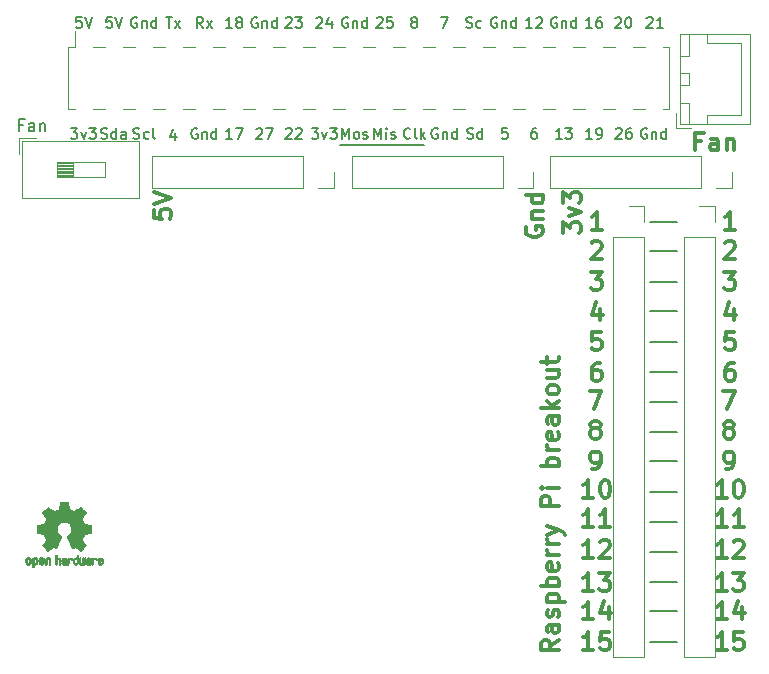
<source format=gbr>
%TF.GenerationSoftware,KiCad,Pcbnew,5.1.9-73d0e3b20d~88~ubuntu18.04.1*%
%TF.CreationDate,2021-07-10T12:21:25+03:00*%
%TF.ProjectId,Rpi-breakout,5270692d-6272-4656-916b-6f75742e6b69,rev?*%
%TF.SameCoordinates,Original*%
%TF.FileFunction,Legend,Top*%
%TF.FilePolarity,Positive*%
%FSLAX46Y46*%
G04 Gerber Fmt 4.6, Leading zero omitted, Abs format (unit mm)*
G04 Created by KiCad (PCBNEW 5.1.9-73d0e3b20d~88~ubuntu18.04.1) date 2021-07-10 12:21:25*
%MOMM*%
%LPD*%
G01*
G04 APERTURE LIST*
%ADD10C,0.300000*%
%ADD11C,0.150000*%
%ADD12C,0.010000*%
%ADD13C,0.120000*%
G04 APERTURE END LIST*
D10*
X112300000Y-96178571D02*
X113228571Y-96178571D01*
X112728571Y-96750000D01*
X112942857Y-96750000D01*
X113085714Y-96821428D01*
X113157142Y-96892857D01*
X113228571Y-97035714D01*
X113228571Y-97392857D01*
X113157142Y-97535714D01*
X113085714Y-97607142D01*
X112942857Y-97678571D01*
X112514285Y-97678571D01*
X112371428Y-97607142D01*
X112300000Y-97535714D01*
X112514285Y-120378571D02*
X111657142Y-120378571D01*
X112085714Y-120378571D02*
X112085714Y-118878571D01*
X111942857Y-119092857D01*
X111800000Y-119235714D01*
X111657142Y-119307142D01*
X113085714Y-119021428D02*
X113157142Y-118950000D01*
X113300000Y-118878571D01*
X113657142Y-118878571D01*
X113800000Y-118950000D01*
X113871428Y-119021428D01*
X113942857Y-119164285D01*
X113942857Y-119307142D01*
X113871428Y-119521428D01*
X113014285Y-120378571D01*
X113942857Y-120378571D01*
X112514285Y-115278571D02*
X111657142Y-115278571D01*
X112085714Y-115278571D02*
X112085714Y-113778571D01*
X111942857Y-113992857D01*
X111800000Y-114135714D01*
X111657142Y-114207142D01*
X113442857Y-113778571D02*
X113585714Y-113778571D01*
X113728571Y-113850000D01*
X113800000Y-113921428D01*
X113871428Y-114064285D01*
X113942857Y-114350000D01*
X113942857Y-114707142D01*
X113871428Y-114992857D01*
X113800000Y-115135714D01*
X113728571Y-115207142D01*
X113585714Y-115278571D01*
X113442857Y-115278571D01*
X113300000Y-115207142D01*
X113228571Y-115135714D01*
X113157142Y-114992857D01*
X113085714Y-114707142D01*
X113085714Y-114350000D01*
X113157142Y-114064285D01*
X113228571Y-113921428D01*
X113300000Y-113850000D01*
X113442857Y-113778571D01*
X113157142Y-101278571D02*
X112442857Y-101278571D01*
X112371428Y-101992857D01*
X112442857Y-101921428D01*
X112585714Y-101850000D01*
X112942857Y-101850000D01*
X113085714Y-101921428D01*
X113157142Y-101992857D01*
X113228571Y-102135714D01*
X113228571Y-102492857D01*
X113157142Y-102635714D01*
X113085714Y-102707142D01*
X112942857Y-102778571D01*
X112585714Y-102778571D01*
X112442857Y-102707142D01*
X112371428Y-102635714D01*
X112514285Y-125578571D02*
X111657142Y-125578571D01*
X112085714Y-125578571D02*
X112085714Y-124078571D01*
X111942857Y-124292857D01*
X111800000Y-124435714D01*
X111657142Y-124507142D01*
X113800000Y-124578571D02*
X113800000Y-125578571D01*
X113442857Y-124007142D02*
X113085714Y-125078571D01*
X114014285Y-125078571D01*
X113085714Y-103878571D02*
X112800000Y-103878571D01*
X112657142Y-103950000D01*
X112585714Y-104021428D01*
X112442857Y-104235714D01*
X112371428Y-104521428D01*
X112371428Y-105092857D01*
X112442857Y-105235714D01*
X112514285Y-105307142D01*
X112657142Y-105378571D01*
X112942857Y-105378571D01*
X113085714Y-105307142D01*
X113157142Y-105235714D01*
X113228571Y-105092857D01*
X113228571Y-104735714D01*
X113157142Y-104592857D01*
X113085714Y-104521428D01*
X112942857Y-104450000D01*
X112657142Y-104450000D01*
X112514285Y-104521428D01*
X112442857Y-104592857D01*
X112371428Y-104735714D01*
X112514285Y-123178571D02*
X111657142Y-123178571D01*
X112085714Y-123178571D02*
X112085714Y-121678571D01*
X111942857Y-121892857D01*
X111800000Y-122035714D01*
X111657142Y-122107142D01*
X113014285Y-121678571D02*
X113942857Y-121678571D01*
X113442857Y-122250000D01*
X113657142Y-122250000D01*
X113800000Y-122321428D01*
X113871428Y-122392857D01*
X113942857Y-122535714D01*
X113942857Y-122892857D01*
X113871428Y-123035714D01*
X113800000Y-123107142D01*
X113657142Y-123178571D01*
X113228571Y-123178571D01*
X113085714Y-123107142D01*
X113014285Y-123035714D01*
X112514285Y-117778571D02*
X111657142Y-117778571D01*
X112085714Y-117778571D02*
X112085714Y-116278571D01*
X111942857Y-116492857D01*
X111800000Y-116635714D01*
X111657142Y-116707142D01*
X113942857Y-117778571D02*
X113085714Y-117778571D01*
X113514285Y-117778571D02*
X113514285Y-116278571D01*
X113371428Y-116492857D01*
X113228571Y-116635714D01*
X113085714Y-116707142D01*
X113085714Y-99278571D02*
X113085714Y-100278571D01*
X112728571Y-98707142D02*
X112371428Y-99778571D01*
X113300000Y-99778571D01*
X112514285Y-128178571D02*
X111657142Y-128178571D01*
X112085714Y-128178571D02*
X112085714Y-126678571D01*
X111942857Y-126892857D01*
X111800000Y-127035714D01*
X111657142Y-127107142D01*
X113871428Y-126678571D02*
X113157142Y-126678571D01*
X113085714Y-127392857D01*
X113157142Y-127321428D01*
X113300000Y-127250000D01*
X113657142Y-127250000D01*
X113800000Y-127321428D01*
X113871428Y-127392857D01*
X113942857Y-127535714D01*
X113942857Y-127892857D01*
X113871428Y-128035714D01*
X113800000Y-128107142D01*
X113657142Y-128178571D01*
X113300000Y-128178571D01*
X113157142Y-128107142D01*
X113085714Y-128035714D01*
X112414285Y-112878571D02*
X112700000Y-112878571D01*
X112842857Y-112807142D01*
X112914285Y-112735714D01*
X113057142Y-112521428D01*
X113128571Y-112235714D01*
X113128571Y-111664285D01*
X113057142Y-111521428D01*
X112985714Y-111450000D01*
X112842857Y-111378571D01*
X112557142Y-111378571D01*
X112414285Y-111450000D01*
X112342857Y-111521428D01*
X112271428Y-111664285D01*
X112271428Y-112021428D01*
X112342857Y-112164285D01*
X112414285Y-112235714D01*
X112557142Y-112307142D01*
X112842857Y-112307142D01*
X112985714Y-112235714D01*
X113057142Y-112164285D01*
X113128571Y-112021428D01*
X112371428Y-93721428D02*
X112442857Y-93650000D01*
X112585714Y-93578571D01*
X112942857Y-93578571D01*
X113085714Y-93650000D01*
X113157142Y-93721428D01*
X113228571Y-93864285D01*
X113228571Y-94007142D01*
X113157142Y-94221428D01*
X112300000Y-95078571D01*
X113228571Y-95078571D01*
X112200000Y-106278571D02*
X113200000Y-106278571D01*
X112557142Y-107778571D01*
X112557142Y-109421428D02*
X112414285Y-109350000D01*
X112342857Y-109278571D01*
X112271428Y-109135714D01*
X112271428Y-109064285D01*
X112342857Y-108921428D01*
X112414285Y-108850000D01*
X112557142Y-108778571D01*
X112842857Y-108778571D01*
X112985714Y-108850000D01*
X113057142Y-108921428D01*
X113128571Y-109064285D01*
X113128571Y-109135714D01*
X113057142Y-109278571D01*
X112985714Y-109350000D01*
X112842857Y-109421428D01*
X112557142Y-109421428D01*
X112414285Y-109492857D01*
X112342857Y-109564285D01*
X112271428Y-109707142D01*
X112271428Y-109992857D01*
X112342857Y-110135714D01*
X112414285Y-110207142D01*
X112557142Y-110278571D01*
X112842857Y-110278571D01*
X112985714Y-110207142D01*
X113057142Y-110135714D01*
X113128571Y-109992857D01*
X113128571Y-109707142D01*
X113057142Y-109564285D01*
X112985714Y-109492857D01*
X112842857Y-109421428D01*
X113228571Y-92578571D02*
X112371428Y-92578571D01*
X112800000Y-92578571D02*
X112800000Y-91078571D01*
X112657142Y-91292857D01*
X112514285Y-91435714D01*
X112371428Y-91507142D01*
X123814285Y-128178571D02*
X122957142Y-128178571D01*
X123385714Y-128178571D02*
X123385714Y-126678571D01*
X123242857Y-126892857D01*
X123100000Y-127035714D01*
X122957142Y-127107142D01*
X125171428Y-126678571D02*
X124457142Y-126678571D01*
X124385714Y-127392857D01*
X124457142Y-127321428D01*
X124600000Y-127250000D01*
X124957142Y-127250000D01*
X125100000Y-127321428D01*
X125171428Y-127392857D01*
X125242857Y-127535714D01*
X125242857Y-127892857D01*
X125171428Y-128035714D01*
X125100000Y-128107142D01*
X124957142Y-128178571D01*
X124600000Y-128178571D01*
X124457142Y-128107142D01*
X124385714Y-128035714D01*
X123814285Y-125578571D02*
X122957142Y-125578571D01*
X123385714Y-125578571D02*
X123385714Y-124078571D01*
X123242857Y-124292857D01*
X123100000Y-124435714D01*
X122957142Y-124507142D01*
X125100000Y-124578571D02*
X125100000Y-125578571D01*
X124742857Y-124007142D02*
X124385714Y-125078571D01*
X125314285Y-125078571D01*
X123814285Y-123178571D02*
X122957142Y-123178571D01*
X123385714Y-123178571D02*
X123385714Y-121678571D01*
X123242857Y-121892857D01*
X123100000Y-122035714D01*
X122957142Y-122107142D01*
X124314285Y-121678571D02*
X125242857Y-121678571D01*
X124742857Y-122250000D01*
X124957142Y-122250000D01*
X125100000Y-122321428D01*
X125171428Y-122392857D01*
X125242857Y-122535714D01*
X125242857Y-122892857D01*
X125171428Y-123035714D01*
X125100000Y-123107142D01*
X124957142Y-123178571D01*
X124528571Y-123178571D01*
X124385714Y-123107142D01*
X124314285Y-123035714D01*
X123814285Y-120378571D02*
X122957142Y-120378571D01*
X123385714Y-120378571D02*
X123385714Y-118878571D01*
X123242857Y-119092857D01*
X123100000Y-119235714D01*
X122957142Y-119307142D01*
X124385714Y-119021428D02*
X124457142Y-118950000D01*
X124600000Y-118878571D01*
X124957142Y-118878571D01*
X125100000Y-118950000D01*
X125171428Y-119021428D01*
X125242857Y-119164285D01*
X125242857Y-119307142D01*
X125171428Y-119521428D01*
X124314285Y-120378571D01*
X125242857Y-120378571D01*
X123814285Y-117778571D02*
X122957142Y-117778571D01*
X123385714Y-117778571D02*
X123385714Y-116278571D01*
X123242857Y-116492857D01*
X123100000Y-116635714D01*
X122957142Y-116707142D01*
X125242857Y-117778571D02*
X124385714Y-117778571D01*
X124814285Y-117778571D02*
X124814285Y-116278571D01*
X124671428Y-116492857D01*
X124528571Y-116635714D01*
X124385714Y-116707142D01*
X123814285Y-115278571D02*
X122957142Y-115278571D01*
X123385714Y-115278571D02*
X123385714Y-113778571D01*
X123242857Y-113992857D01*
X123100000Y-114135714D01*
X122957142Y-114207142D01*
X124742857Y-113778571D02*
X124885714Y-113778571D01*
X125028571Y-113850000D01*
X125100000Y-113921428D01*
X125171428Y-114064285D01*
X125242857Y-114350000D01*
X125242857Y-114707142D01*
X125171428Y-114992857D01*
X125100000Y-115135714D01*
X125028571Y-115207142D01*
X124885714Y-115278571D01*
X124742857Y-115278571D01*
X124600000Y-115207142D01*
X124528571Y-115135714D01*
X124457142Y-114992857D01*
X124385714Y-114707142D01*
X124385714Y-114350000D01*
X124457142Y-114064285D01*
X124528571Y-113921428D01*
X124600000Y-113850000D01*
X124742857Y-113778571D01*
X123714285Y-112878571D02*
X124000000Y-112878571D01*
X124142857Y-112807142D01*
X124214285Y-112735714D01*
X124357142Y-112521428D01*
X124428571Y-112235714D01*
X124428571Y-111664285D01*
X124357142Y-111521428D01*
X124285714Y-111450000D01*
X124142857Y-111378571D01*
X123857142Y-111378571D01*
X123714285Y-111450000D01*
X123642857Y-111521428D01*
X123571428Y-111664285D01*
X123571428Y-112021428D01*
X123642857Y-112164285D01*
X123714285Y-112235714D01*
X123857142Y-112307142D01*
X124142857Y-112307142D01*
X124285714Y-112235714D01*
X124357142Y-112164285D01*
X124428571Y-112021428D01*
X123857142Y-109421428D02*
X123714285Y-109350000D01*
X123642857Y-109278571D01*
X123571428Y-109135714D01*
X123571428Y-109064285D01*
X123642857Y-108921428D01*
X123714285Y-108850000D01*
X123857142Y-108778571D01*
X124142857Y-108778571D01*
X124285714Y-108850000D01*
X124357142Y-108921428D01*
X124428571Y-109064285D01*
X124428571Y-109135714D01*
X124357142Y-109278571D01*
X124285714Y-109350000D01*
X124142857Y-109421428D01*
X123857142Y-109421428D01*
X123714285Y-109492857D01*
X123642857Y-109564285D01*
X123571428Y-109707142D01*
X123571428Y-109992857D01*
X123642857Y-110135714D01*
X123714285Y-110207142D01*
X123857142Y-110278571D01*
X124142857Y-110278571D01*
X124285714Y-110207142D01*
X124357142Y-110135714D01*
X124428571Y-109992857D01*
X124428571Y-109707142D01*
X124357142Y-109564285D01*
X124285714Y-109492857D01*
X124142857Y-109421428D01*
X123500000Y-106278571D02*
X124500000Y-106278571D01*
X123857142Y-107778571D01*
X124385714Y-103878571D02*
X124100000Y-103878571D01*
X123957142Y-103950000D01*
X123885714Y-104021428D01*
X123742857Y-104235714D01*
X123671428Y-104521428D01*
X123671428Y-105092857D01*
X123742857Y-105235714D01*
X123814285Y-105307142D01*
X123957142Y-105378571D01*
X124242857Y-105378571D01*
X124385714Y-105307142D01*
X124457142Y-105235714D01*
X124528571Y-105092857D01*
X124528571Y-104735714D01*
X124457142Y-104592857D01*
X124385714Y-104521428D01*
X124242857Y-104450000D01*
X123957142Y-104450000D01*
X123814285Y-104521428D01*
X123742857Y-104592857D01*
X123671428Y-104735714D01*
X124457142Y-101278571D02*
X123742857Y-101278571D01*
X123671428Y-101992857D01*
X123742857Y-101921428D01*
X123885714Y-101850000D01*
X124242857Y-101850000D01*
X124385714Y-101921428D01*
X124457142Y-101992857D01*
X124528571Y-102135714D01*
X124528571Y-102492857D01*
X124457142Y-102635714D01*
X124385714Y-102707142D01*
X124242857Y-102778571D01*
X123885714Y-102778571D01*
X123742857Y-102707142D01*
X123671428Y-102635714D01*
X124385714Y-99278571D02*
X124385714Y-100278571D01*
X124028571Y-98707142D02*
X123671428Y-99778571D01*
X124600000Y-99778571D01*
X123600000Y-96178571D02*
X124528571Y-96178571D01*
X124028571Y-96750000D01*
X124242857Y-96750000D01*
X124385714Y-96821428D01*
X124457142Y-96892857D01*
X124528571Y-97035714D01*
X124528571Y-97392857D01*
X124457142Y-97535714D01*
X124385714Y-97607142D01*
X124242857Y-97678571D01*
X123814285Y-97678571D01*
X123671428Y-97607142D01*
X123600000Y-97535714D01*
X123671428Y-93721428D02*
X123742857Y-93650000D01*
X123885714Y-93578571D01*
X124242857Y-93578571D01*
X124385714Y-93650000D01*
X124457142Y-93721428D01*
X124528571Y-93864285D01*
X124528571Y-94007142D01*
X124457142Y-94221428D01*
X123600000Y-95078571D01*
X124528571Y-95078571D01*
X124528571Y-92578571D02*
X123671428Y-92578571D01*
X124100000Y-92578571D02*
X124100000Y-91078571D01*
X123957142Y-91292857D01*
X123814285Y-91435714D01*
X123671428Y-91507142D01*
D11*
X91100000Y-85400000D02*
X98200000Y-85400000D01*
D10*
X109578571Y-127328571D02*
X108864285Y-127828571D01*
X109578571Y-128185714D02*
X108078571Y-128185714D01*
X108078571Y-127614285D01*
X108150000Y-127471428D01*
X108221428Y-127400000D01*
X108364285Y-127328571D01*
X108578571Y-127328571D01*
X108721428Y-127400000D01*
X108792857Y-127471428D01*
X108864285Y-127614285D01*
X108864285Y-128185714D01*
X109578571Y-126042857D02*
X108792857Y-126042857D01*
X108650000Y-126114285D01*
X108578571Y-126257142D01*
X108578571Y-126542857D01*
X108650000Y-126685714D01*
X109507142Y-126042857D02*
X109578571Y-126185714D01*
X109578571Y-126542857D01*
X109507142Y-126685714D01*
X109364285Y-126757142D01*
X109221428Y-126757142D01*
X109078571Y-126685714D01*
X109007142Y-126542857D01*
X109007142Y-126185714D01*
X108935714Y-126042857D01*
X109507142Y-125400000D02*
X109578571Y-125257142D01*
X109578571Y-124971428D01*
X109507142Y-124828571D01*
X109364285Y-124757142D01*
X109292857Y-124757142D01*
X109150000Y-124828571D01*
X109078571Y-124971428D01*
X109078571Y-125185714D01*
X109007142Y-125328571D01*
X108864285Y-125400000D01*
X108792857Y-125400000D01*
X108650000Y-125328571D01*
X108578571Y-125185714D01*
X108578571Y-124971428D01*
X108650000Y-124828571D01*
X108578571Y-124114285D02*
X110078571Y-124114285D01*
X108650000Y-124114285D02*
X108578571Y-123971428D01*
X108578571Y-123685714D01*
X108650000Y-123542857D01*
X108721428Y-123471428D01*
X108864285Y-123400000D01*
X109292857Y-123400000D01*
X109435714Y-123471428D01*
X109507142Y-123542857D01*
X109578571Y-123685714D01*
X109578571Y-123971428D01*
X109507142Y-124114285D01*
X109578571Y-122757142D02*
X108078571Y-122757142D01*
X108650000Y-122757142D02*
X108578571Y-122614285D01*
X108578571Y-122328571D01*
X108650000Y-122185714D01*
X108721428Y-122114285D01*
X108864285Y-122042857D01*
X109292857Y-122042857D01*
X109435714Y-122114285D01*
X109507142Y-122185714D01*
X109578571Y-122328571D01*
X109578571Y-122614285D01*
X109507142Y-122757142D01*
X109507142Y-120828571D02*
X109578571Y-120971428D01*
X109578571Y-121257142D01*
X109507142Y-121400000D01*
X109364285Y-121471428D01*
X108792857Y-121471428D01*
X108650000Y-121400000D01*
X108578571Y-121257142D01*
X108578571Y-120971428D01*
X108650000Y-120828571D01*
X108792857Y-120757142D01*
X108935714Y-120757142D01*
X109078571Y-121471428D01*
X109578571Y-120114285D02*
X108578571Y-120114285D01*
X108864285Y-120114285D02*
X108721428Y-120042857D01*
X108650000Y-119971428D01*
X108578571Y-119828571D01*
X108578571Y-119685714D01*
X109578571Y-119185714D02*
X108578571Y-119185714D01*
X108864285Y-119185714D02*
X108721428Y-119114285D01*
X108650000Y-119042857D01*
X108578571Y-118900000D01*
X108578571Y-118757142D01*
X108578571Y-118400000D02*
X109578571Y-118042857D01*
X108578571Y-117685714D02*
X109578571Y-118042857D01*
X109935714Y-118185714D01*
X110007142Y-118257142D01*
X110078571Y-118400000D01*
X109578571Y-115971428D02*
X108078571Y-115971428D01*
X108078571Y-115400000D01*
X108150000Y-115257142D01*
X108221428Y-115185714D01*
X108364285Y-115114285D01*
X108578571Y-115114285D01*
X108721428Y-115185714D01*
X108792857Y-115257142D01*
X108864285Y-115400000D01*
X108864285Y-115971428D01*
X109578571Y-114471428D02*
X108578571Y-114471428D01*
X108078571Y-114471428D02*
X108150000Y-114542857D01*
X108221428Y-114471428D01*
X108150000Y-114400000D01*
X108078571Y-114471428D01*
X108221428Y-114471428D01*
X109578571Y-112614285D02*
X108078571Y-112614285D01*
X108650000Y-112614285D02*
X108578571Y-112471428D01*
X108578571Y-112185714D01*
X108650000Y-112042857D01*
X108721428Y-111971428D01*
X108864285Y-111900000D01*
X109292857Y-111900000D01*
X109435714Y-111971428D01*
X109507142Y-112042857D01*
X109578571Y-112185714D01*
X109578571Y-112471428D01*
X109507142Y-112614285D01*
X109578571Y-111257142D02*
X108578571Y-111257142D01*
X108864285Y-111257142D02*
X108721428Y-111185714D01*
X108650000Y-111114285D01*
X108578571Y-110971428D01*
X108578571Y-110828571D01*
X109507142Y-109757142D02*
X109578571Y-109900000D01*
X109578571Y-110185714D01*
X109507142Y-110328571D01*
X109364285Y-110400000D01*
X108792857Y-110400000D01*
X108650000Y-110328571D01*
X108578571Y-110185714D01*
X108578571Y-109900000D01*
X108650000Y-109757142D01*
X108792857Y-109685714D01*
X108935714Y-109685714D01*
X109078571Y-110400000D01*
X109578571Y-108400000D02*
X108792857Y-108400000D01*
X108650000Y-108471428D01*
X108578571Y-108614285D01*
X108578571Y-108900000D01*
X108650000Y-109042857D01*
X109507142Y-108400000D02*
X109578571Y-108542857D01*
X109578571Y-108900000D01*
X109507142Y-109042857D01*
X109364285Y-109114285D01*
X109221428Y-109114285D01*
X109078571Y-109042857D01*
X109007142Y-108900000D01*
X109007142Y-108542857D01*
X108935714Y-108400000D01*
X109578571Y-107685714D02*
X108078571Y-107685714D01*
X109007142Y-107542857D02*
X109578571Y-107114285D01*
X108578571Y-107114285D02*
X109150000Y-107685714D01*
X109578571Y-106257142D02*
X109507142Y-106400000D01*
X109435714Y-106471428D01*
X109292857Y-106542857D01*
X108864285Y-106542857D01*
X108721428Y-106471428D01*
X108650000Y-106400000D01*
X108578571Y-106257142D01*
X108578571Y-106042857D01*
X108650000Y-105900000D01*
X108721428Y-105828571D01*
X108864285Y-105757142D01*
X109292857Y-105757142D01*
X109435714Y-105828571D01*
X109507142Y-105900000D01*
X109578571Y-106042857D01*
X109578571Y-106257142D01*
X108578571Y-104471428D02*
X109578571Y-104471428D01*
X108578571Y-105114285D02*
X109364285Y-105114285D01*
X109507142Y-105042857D01*
X109578571Y-104900000D01*
X109578571Y-104685714D01*
X109507142Y-104542857D01*
X109435714Y-104471428D01*
X108578571Y-103971428D02*
X108578571Y-103400000D01*
X108078571Y-103757142D02*
X109364285Y-103757142D01*
X109507142Y-103685714D01*
X109578571Y-103542857D01*
X109578571Y-103400000D01*
X121657142Y-85092857D02*
X121157142Y-85092857D01*
X121157142Y-85878571D02*
X121157142Y-84378571D01*
X121871428Y-84378571D01*
X123085714Y-85878571D02*
X123085714Y-85092857D01*
X123014285Y-84950000D01*
X122871428Y-84878571D01*
X122585714Y-84878571D01*
X122442857Y-84950000D01*
X123085714Y-85807142D02*
X122942857Y-85878571D01*
X122585714Y-85878571D01*
X122442857Y-85807142D01*
X122371428Y-85664285D01*
X122371428Y-85521428D01*
X122442857Y-85378571D01*
X122585714Y-85307142D01*
X122942857Y-85307142D01*
X123085714Y-85235714D01*
X123800000Y-84878571D02*
X123800000Y-85878571D01*
X123800000Y-85021428D02*
X123871428Y-84950000D01*
X124014285Y-84878571D01*
X124228571Y-84878571D01*
X124371428Y-84950000D01*
X124442857Y-85092857D01*
X124442857Y-85878571D01*
D11*
X117300000Y-127500000D02*
X119600000Y-127500000D01*
X117300000Y-124900000D02*
X119600000Y-124900000D01*
X117300000Y-122400000D02*
X119600000Y-122400000D01*
X117300000Y-119900000D02*
X119600000Y-119900000D01*
X117300000Y-117300000D02*
X119600000Y-117300000D01*
X117300000Y-114800000D02*
X119600000Y-114800000D01*
X117300000Y-112200000D02*
X119600000Y-112200000D01*
X117300000Y-109700000D02*
X119600000Y-109700000D01*
X117300000Y-107200000D02*
X119600000Y-107200000D01*
X117300000Y-104600000D02*
X119600000Y-104600000D01*
X117300000Y-102100000D02*
X119600000Y-102100000D01*
X117300000Y-99500000D02*
X119600000Y-99500000D01*
X117300000Y-97000000D02*
X119600000Y-97000000D01*
X117300000Y-94400000D02*
X119600000Y-94400000D01*
X117300000Y-91900000D02*
X119600000Y-91900000D01*
D10*
X109978571Y-92885714D02*
X109978571Y-91957142D01*
X110550000Y-92457142D01*
X110550000Y-92242857D01*
X110621428Y-92100000D01*
X110692857Y-92028571D01*
X110835714Y-91957142D01*
X111192857Y-91957142D01*
X111335714Y-92028571D01*
X111407142Y-92100000D01*
X111478571Y-92242857D01*
X111478571Y-92671428D01*
X111407142Y-92814285D01*
X111335714Y-92885714D01*
X110478571Y-91457142D02*
X111478571Y-91100000D01*
X110478571Y-90742857D01*
X109978571Y-90314285D02*
X109978571Y-89385714D01*
X110550000Y-89885714D01*
X110550000Y-89671428D01*
X110621428Y-89528571D01*
X110692857Y-89457142D01*
X110835714Y-89385714D01*
X111192857Y-89385714D01*
X111335714Y-89457142D01*
X111407142Y-89528571D01*
X111478571Y-89671428D01*
X111478571Y-90100000D01*
X111407142Y-90242857D01*
X111335714Y-90314285D01*
X106850000Y-92364285D02*
X106778571Y-92507142D01*
X106778571Y-92721428D01*
X106850000Y-92935714D01*
X106992857Y-93078571D01*
X107135714Y-93150000D01*
X107421428Y-93221428D01*
X107635714Y-93221428D01*
X107921428Y-93150000D01*
X108064285Y-93078571D01*
X108207142Y-92935714D01*
X108278571Y-92721428D01*
X108278571Y-92578571D01*
X108207142Y-92364285D01*
X108135714Y-92292857D01*
X107635714Y-92292857D01*
X107635714Y-92578571D01*
X107278571Y-91650000D02*
X108278571Y-91650000D01*
X107421428Y-91650000D02*
X107350000Y-91578571D01*
X107278571Y-91435714D01*
X107278571Y-91221428D01*
X107350000Y-91078571D01*
X107492857Y-91007142D01*
X108278571Y-91007142D01*
X108278571Y-89650000D02*
X106778571Y-89650000D01*
X108207142Y-89650000D02*
X108278571Y-89792857D01*
X108278571Y-90078571D01*
X108207142Y-90221428D01*
X108135714Y-90292857D01*
X107992857Y-90364285D01*
X107564285Y-90364285D01*
X107421428Y-90292857D01*
X107350000Y-90221428D01*
X107278571Y-90078571D01*
X107278571Y-89792857D01*
X107350000Y-89650000D01*
X75278571Y-90885714D02*
X75278571Y-91600000D01*
X75992857Y-91671428D01*
X75921428Y-91600000D01*
X75850000Y-91457142D01*
X75850000Y-91100000D01*
X75921428Y-90957142D01*
X75992857Y-90885714D01*
X76135714Y-90814285D01*
X76492857Y-90814285D01*
X76635714Y-90885714D01*
X76707142Y-90957142D01*
X76778571Y-91100000D01*
X76778571Y-91457142D01*
X76707142Y-91600000D01*
X76635714Y-91671428D01*
X75278571Y-90385714D02*
X76778571Y-89885714D01*
X75278571Y-89385714D01*
D11*
X112428571Y-84907142D02*
X111914285Y-84907142D01*
X112171428Y-84907142D02*
X112171428Y-84007142D01*
X112085714Y-84135714D01*
X112000000Y-84221428D01*
X111914285Y-84264285D01*
X112857142Y-84907142D02*
X113028571Y-84907142D01*
X113114285Y-84864285D01*
X113157142Y-84821428D01*
X113242857Y-84692857D01*
X113285714Y-84521428D01*
X113285714Y-84178571D01*
X113242857Y-84092857D01*
X113200000Y-84050000D01*
X113114285Y-84007142D01*
X112942857Y-84007142D01*
X112857142Y-84050000D01*
X112814285Y-84092857D01*
X112771428Y-84178571D01*
X112771428Y-84392857D01*
X112814285Y-84478571D01*
X112857142Y-84521428D01*
X112942857Y-84564285D01*
X113114285Y-84564285D01*
X113200000Y-84521428D01*
X113242857Y-84478571D01*
X113285714Y-84392857D01*
X117021428Y-84050000D02*
X116935714Y-84007142D01*
X116807142Y-84007142D01*
X116678571Y-84050000D01*
X116592857Y-84135714D01*
X116550000Y-84221428D01*
X116507142Y-84392857D01*
X116507142Y-84521428D01*
X116550000Y-84692857D01*
X116592857Y-84778571D01*
X116678571Y-84864285D01*
X116807142Y-84907142D01*
X116892857Y-84907142D01*
X117021428Y-84864285D01*
X117064285Y-84821428D01*
X117064285Y-84521428D01*
X116892857Y-84521428D01*
X117450000Y-84307142D02*
X117450000Y-84907142D01*
X117450000Y-84392857D02*
X117492857Y-84350000D01*
X117578571Y-84307142D01*
X117707142Y-84307142D01*
X117792857Y-84350000D01*
X117835714Y-84435714D01*
X117835714Y-84907142D01*
X118650000Y-84907142D02*
X118650000Y-84007142D01*
X118650000Y-84864285D02*
X118564285Y-84907142D01*
X118392857Y-84907142D01*
X118307142Y-84864285D01*
X118264285Y-84821428D01*
X118221428Y-84735714D01*
X118221428Y-84478571D01*
X118264285Y-84392857D01*
X118307142Y-84350000D01*
X118392857Y-84307142D01*
X118564285Y-84307142D01*
X118650000Y-84350000D01*
X109828571Y-84907142D02*
X109314285Y-84907142D01*
X109571428Y-84907142D02*
X109571428Y-84007142D01*
X109485714Y-84135714D01*
X109400000Y-84221428D01*
X109314285Y-84264285D01*
X110128571Y-84007142D02*
X110685714Y-84007142D01*
X110385714Y-84350000D01*
X110514285Y-84350000D01*
X110600000Y-84392857D01*
X110642857Y-84435714D01*
X110685714Y-84521428D01*
X110685714Y-84735714D01*
X110642857Y-84821428D01*
X110600000Y-84864285D01*
X110514285Y-84907142D01*
X110257142Y-84907142D01*
X110171428Y-84864285D01*
X110128571Y-84821428D01*
X107671428Y-84007142D02*
X107500000Y-84007142D01*
X107414285Y-84050000D01*
X107371428Y-84092857D01*
X107285714Y-84221428D01*
X107242857Y-84392857D01*
X107242857Y-84735714D01*
X107285714Y-84821428D01*
X107328571Y-84864285D01*
X107414285Y-84907142D01*
X107585714Y-84907142D01*
X107671428Y-84864285D01*
X107714285Y-84821428D01*
X107757142Y-84735714D01*
X107757142Y-84521428D01*
X107714285Y-84435714D01*
X107671428Y-84392857D01*
X107585714Y-84350000D01*
X107414285Y-84350000D01*
X107328571Y-84392857D01*
X107285714Y-84435714D01*
X107242857Y-84521428D01*
X101835714Y-84864285D02*
X101964285Y-84907142D01*
X102178571Y-84907142D01*
X102264285Y-84864285D01*
X102307142Y-84821428D01*
X102350000Y-84735714D01*
X102350000Y-84650000D01*
X102307142Y-84564285D01*
X102264285Y-84521428D01*
X102178571Y-84478571D01*
X102007142Y-84435714D01*
X101921428Y-84392857D01*
X101878571Y-84350000D01*
X101835714Y-84264285D01*
X101835714Y-84178571D01*
X101878571Y-84092857D01*
X101921428Y-84050000D01*
X102007142Y-84007142D01*
X102221428Y-84007142D01*
X102350000Y-84050000D01*
X103121428Y-84907142D02*
X103121428Y-84007142D01*
X103121428Y-84864285D02*
X103035714Y-84907142D01*
X102864285Y-84907142D01*
X102778571Y-84864285D01*
X102735714Y-84821428D01*
X102692857Y-84735714D01*
X102692857Y-84478571D01*
X102735714Y-84392857D01*
X102778571Y-84350000D01*
X102864285Y-84307142D01*
X103035714Y-84307142D01*
X103121428Y-84350000D01*
X99321428Y-84050000D02*
X99235714Y-84007142D01*
X99107142Y-84007142D01*
X98978571Y-84050000D01*
X98892857Y-84135714D01*
X98850000Y-84221428D01*
X98807142Y-84392857D01*
X98807142Y-84521428D01*
X98850000Y-84692857D01*
X98892857Y-84778571D01*
X98978571Y-84864285D01*
X99107142Y-84907142D01*
X99192857Y-84907142D01*
X99321428Y-84864285D01*
X99364285Y-84821428D01*
X99364285Y-84521428D01*
X99192857Y-84521428D01*
X99750000Y-84307142D02*
X99750000Y-84907142D01*
X99750000Y-84392857D02*
X99792857Y-84350000D01*
X99878571Y-84307142D01*
X100007142Y-84307142D01*
X100092857Y-84350000D01*
X100135714Y-84435714D01*
X100135714Y-84907142D01*
X100950000Y-84907142D02*
X100950000Y-84007142D01*
X100950000Y-84864285D02*
X100864285Y-84907142D01*
X100692857Y-84907142D01*
X100607142Y-84864285D01*
X100564285Y-84821428D01*
X100521428Y-84735714D01*
X100521428Y-84478571D01*
X100564285Y-84392857D01*
X100607142Y-84350000D01*
X100692857Y-84307142D01*
X100864285Y-84307142D01*
X100950000Y-84350000D01*
X114414285Y-84092857D02*
X114457142Y-84050000D01*
X114542857Y-84007142D01*
X114757142Y-84007142D01*
X114842857Y-84050000D01*
X114885714Y-84092857D01*
X114928571Y-84178571D01*
X114928571Y-84264285D01*
X114885714Y-84392857D01*
X114371428Y-84907142D01*
X114928571Y-84907142D01*
X115700000Y-84007142D02*
X115528571Y-84007142D01*
X115442857Y-84050000D01*
X115400000Y-84092857D01*
X115314285Y-84221428D01*
X115271428Y-84392857D01*
X115271428Y-84735714D01*
X115314285Y-84821428D01*
X115357142Y-84864285D01*
X115442857Y-84907142D01*
X115614285Y-84907142D01*
X115700000Y-84864285D01*
X115742857Y-84821428D01*
X115785714Y-84735714D01*
X115785714Y-84521428D01*
X115742857Y-84435714D01*
X115700000Y-84392857D01*
X115614285Y-84350000D01*
X115442857Y-84350000D01*
X115357142Y-84392857D01*
X115314285Y-84435714D01*
X115271428Y-84521428D01*
X105214285Y-84007142D02*
X104785714Y-84007142D01*
X104742857Y-84435714D01*
X104785714Y-84392857D01*
X104871428Y-84350000D01*
X105085714Y-84350000D01*
X105171428Y-84392857D01*
X105214285Y-84435714D01*
X105257142Y-84521428D01*
X105257142Y-84735714D01*
X105214285Y-84821428D01*
X105171428Y-84864285D01*
X105085714Y-84907142D01*
X104871428Y-84907142D01*
X104785714Y-84864285D01*
X104742857Y-84821428D01*
X101757142Y-75464285D02*
X101885714Y-75507142D01*
X102100000Y-75507142D01*
X102185714Y-75464285D01*
X102228571Y-75421428D01*
X102271428Y-75335714D01*
X102271428Y-75250000D01*
X102228571Y-75164285D01*
X102185714Y-75121428D01*
X102100000Y-75078571D01*
X101928571Y-75035714D01*
X101842857Y-74992857D01*
X101800000Y-74950000D01*
X101757142Y-74864285D01*
X101757142Y-74778571D01*
X101800000Y-74692857D01*
X101842857Y-74650000D01*
X101928571Y-74607142D01*
X102142857Y-74607142D01*
X102271428Y-74650000D01*
X103042857Y-75464285D02*
X102957142Y-75507142D01*
X102785714Y-75507142D01*
X102700000Y-75464285D01*
X102657142Y-75421428D01*
X102614285Y-75335714D01*
X102614285Y-75078571D01*
X102657142Y-74992857D01*
X102700000Y-74950000D01*
X102785714Y-74907142D01*
X102957142Y-74907142D01*
X103042857Y-74950000D01*
X99600000Y-74607142D02*
X100200000Y-74607142D01*
X99814285Y-75507142D01*
X107328571Y-75507142D02*
X106814285Y-75507142D01*
X107071428Y-75507142D02*
X107071428Y-74607142D01*
X106985714Y-74735714D01*
X106900000Y-74821428D01*
X106814285Y-74864285D01*
X107671428Y-74692857D02*
X107714285Y-74650000D01*
X107800000Y-74607142D01*
X108014285Y-74607142D01*
X108100000Y-74650000D01*
X108142857Y-74692857D01*
X108185714Y-74778571D01*
X108185714Y-74864285D01*
X108142857Y-74992857D01*
X107628571Y-75507142D01*
X108185714Y-75507142D01*
X112428571Y-75507142D02*
X111914285Y-75507142D01*
X112171428Y-75507142D02*
X112171428Y-74607142D01*
X112085714Y-74735714D01*
X112000000Y-74821428D01*
X111914285Y-74864285D01*
X113200000Y-74607142D02*
X113028571Y-74607142D01*
X112942857Y-74650000D01*
X112900000Y-74692857D01*
X112814285Y-74821428D01*
X112771428Y-74992857D01*
X112771428Y-75335714D01*
X112814285Y-75421428D01*
X112857142Y-75464285D01*
X112942857Y-75507142D01*
X113114285Y-75507142D01*
X113200000Y-75464285D01*
X113242857Y-75421428D01*
X113285714Y-75335714D01*
X113285714Y-75121428D01*
X113242857Y-75035714D01*
X113200000Y-74992857D01*
X113114285Y-74950000D01*
X112942857Y-74950000D01*
X112857142Y-74992857D01*
X112814285Y-75035714D01*
X112771428Y-75121428D01*
X117014285Y-74692857D02*
X117057142Y-74650000D01*
X117142857Y-74607142D01*
X117357142Y-74607142D01*
X117442857Y-74650000D01*
X117485714Y-74692857D01*
X117528571Y-74778571D01*
X117528571Y-74864285D01*
X117485714Y-74992857D01*
X116971428Y-75507142D01*
X117528571Y-75507142D01*
X118385714Y-75507142D02*
X117871428Y-75507142D01*
X118128571Y-75507142D02*
X118128571Y-74607142D01*
X118042857Y-74735714D01*
X117957142Y-74821428D01*
X117871428Y-74864285D01*
X109421428Y-74650000D02*
X109335714Y-74607142D01*
X109207142Y-74607142D01*
X109078571Y-74650000D01*
X108992857Y-74735714D01*
X108950000Y-74821428D01*
X108907142Y-74992857D01*
X108907142Y-75121428D01*
X108950000Y-75292857D01*
X108992857Y-75378571D01*
X109078571Y-75464285D01*
X109207142Y-75507142D01*
X109292857Y-75507142D01*
X109421428Y-75464285D01*
X109464285Y-75421428D01*
X109464285Y-75121428D01*
X109292857Y-75121428D01*
X109850000Y-74907142D02*
X109850000Y-75507142D01*
X109850000Y-74992857D02*
X109892857Y-74950000D01*
X109978571Y-74907142D01*
X110107142Y-74907142D01*
X110192857Y-74950000D01*
X110235714Y-75035714D01*
X110235714Y-75507142D01*
X111050000Y-75507142D02*
X111050000Y-74607142D01*
X111050000Y-75464285D02*
X110964285Y-75507142D01*
X110792857Y-75507142D01*
X110707142Y-75464285D01*
X110664285Y-75421428D01*
X110621428Y-75335714D01*
X110621428Y-75078571D01*
X110664285Y-74992857D01*
X110707142Y-74950000D01*
X110792857Y-74907142D01*
X110964285Y-74907142D01*
X111050000Y-74950000D01*
X114364285Y-74692857D02*
X114407142Y-74650000D01*
X114492857Y-74607142D01*
X114707142Y-74607142D01*
X114792857Y-74650000D01*
X114835714Y-74692857D01*
X114878571Y-74778571D01*
X114878571Y-74864285D01*
X114835714Y-74992857D01*
X114321428Y-75507142D01*
X114878571Y-75507142D01*
X115435714Y-74607142D02*
X115521428Y-74607142D01*
X115607142Y-74650000D01*
X115650000Y-74692857D01*
X115692857Y-74778571D01*
X115735714Y-74950000D01*
X115735714Y-75164285D01*
X115692857Y-75335714D01*
X115650000Y-75421428D01*
X115607142Y-75464285D01*
X115521428Y-75507142D01*
X115435714Y-75507142D01*
X115350000Y-75464285D01*
X115307142Y-75421428D01*
X115264285Y-75335714D01*
X115221428Y-75164285D01*
X115221428Y-74950000D01*
X115264285Y-74778571D01*
X115307142Y-74692857D01*
X115350000Y-74650000D01*
X115435714Y-74607142D01*
X104321428Y-74650000D02*
X104235714Y-74607142D01*
X104107142Y-74607142D01*
X103978571Y-74650000D01*
X103892857Y-74735714D01*
X103850000Y-74821428D01*
X103807142Y-74992857D01*
X103807142Y-75121428D01*
X103850000Y-75292857D01*
X103892857Y-75378571D01*
X103978571Y-75464285D01*
X104107142Y-75507142D01*
X104192857Y-75507142D01*
X104321428Y-75464285D01*
X104364285Y-75421428D01*
X104364285Y-75121428D01*
X104192857Y-75121428D01*
X104750000Y-74907142D02*
X104750000Y-75507142D01*
X104750000Y-74992857D02*
X104792857Y-74950000D01*
X104878571Y-74907142D01*
X105007142Y-74907142D01*
X105092857Y-74950000D01*
X105135714Y-75035714D01*
X105135714Y-75507142D01*
X105950000Y-75507142D02*
X105950000Y-74607142D01*
X105950000Y-75464285D02*
X105864285Y-75507142D01*
X105692857Y-75507142D01*
X105607142Y-75464285D01*
X105564285Y-75421428D01*
X105521428Y-75335714D01*
X105521428Y-75078571D01*
X105564285Y-74992857D01*
X105607142Y-74950000D01*
X105692857Y-74907142D01*
X105864285Y-74907142D01*
X105950000Y-74950000D01*
X70828571Y-84864285D02*
X70957142Y-84907142D01*
X71171428Y-84907142D01*
X71257142Y-84864285D01*
X71300000Y-84821428D01*
X71342857Y-84735714D01*
X71342857Y-84650000D01*
X71300000Y-84564285D01*
X71257142Y-84521428D01*
X71171428Y-84478571D01*
X71000000Y-84435714D01*
X70914285Y-84392857D01*
X70871428Y-84350000D01*
X70828571Y-84264285D01*
X70828571Y-84178571D01*
X70871428Y-84092857D01*
X70914285Y-84050000D01*
X71000000Y-84007142D01*
X71214285Y-84007142D01*
X71342857Y-84050000D01*
X72114285Y-84907142D02*
X72114285Y-84007142D01*
X72114285Y-84864285D02*
X72028571Y-84907142D01*
X71857142Y-84907142D01*
X71771428Y-84864285D01*
X71728571Y-84821428D01*
X71685714Y-84735714D01*
X71685714Y-84478571D01*
X71728571Y-84392857D01*
X71771428Y-84350000D01*
X71857142Y-84307142D01*
X72028571Y-84307142D01*
X72114285Y-84350000D01*
X72928571Y-84907142D02*
X72928571Y-84435714D01*
X72885714Y-84350000D01*
X72800000Y-84307142D01*
X72628571Y-84307142D01*
X72542857Y-84350000D01*
X72928571Y-84864285D02*
X72842857Y-84907142D01*
X72628571Y-84907142D01*
X72542857Y-84864285D01*
X72500000Y-84778571D01*
X72500000Y-84692857D01*
X72542857Y-84607142D01*
X72628571Y-84564285D01*
X72842857Y-84564285D01*
X72928571Y-84521428D01*
X68278571Y-84007142D02*
X68835714Y-84007142D01*
X68535714Y-84350000D01*
X68664285Y-84350000D01*
X68750000Y-84392857D01*
X68792857Y-84435714D01*
X68835714Y-84521428D01*
X68835714Y-84735714D01*
X68792857Y-84821428D01*
X68750000Y-84864285D01*
X68664285Y-84907142D01*
X68407142Y-84907142D01*
X68321428Y-84864285D01*
X68278571Y-84821428D01*
X69135714Y-84307142D02*
X69350000Y-84907142D01*
X69564285Y-84307142D01*
X69821428Y-84007142D02*
X70378571Y-84007142D01*
X70078571Y-84350000D01*
X70207142Y-84350000D01*
X70292857Y-84392857D01*
X70335714Y-84435714D01*
X70378571Y-84521428D01*
X70378571Y-84735714D01*
X70335714Y-84821428D01*
X70292857Y-84864285D01*
X70207142Y-84907142D01*
X69950000Y-84907142D01*
X69864285Y-84864285D01*
X69821428Y-84821428D01*
X88678571Y-84007142D02*
X89235714Y-84007142D01*
X88935714Y-84350000D01*
X89064285Y-84350000D01*
X89150000Y-84392857D01*
X89192857Y-84435714D01*
X89235714Y-84521428D01*
X89235714Y-84735714D01*
X89192857Y-84821428D01*
X89150000Y-84864285D01*
X89064285Y-84907142D01*
X88807142Y-84907142D01*
X88721428Y-84864285D01*
X88678571Y-84821428D01*
X89535714Y-84307142D02*
X89750000Y-84907142D01*
X89964285Y-84307142D01*
X90221428Y-84007142D02*
X90778571Y-84007142D01*
X90478571Y-84350000D01*
X90607142Y-84350000D01*
X90692857Y-84392857D01*
X90735714Y-84435714D01*
X90778571Y-84521428D01*
X90778571Y-84735714D01*
X90735714Y-84821428D01*
X90692857Y-84864285D01*
X90607142Y-84907142D01*
X90350000Y-84907142D01*
X90264285Y-84864285D01*
X90221428Y-84821428D01*
X77121428Y-84407142D02*
X77121428Y-85007142D01*
X76907142Y-84064285D02*
X76692857Y-84707142D01*
X77250000Y-84707142D01*
X81928571Y-84907142D02*
X81414285Y-84907142D01*
X81671428Y-84907142D02*
X81671428Y-84007142D01*
X81585714Y-84135714D01*
X81500000Y-84221428D01*
X81414285Y-84264285D01*
X82228571Y-84007142D02*
X82828571Y-84007142D01*
X82442857Y-84907142D01*
X86464285Y-84092857D02*
X86507142Y-84050000D01*
X86592857Y-84007142D01*
X86807142Y-84007142D01*
X86892857Y-84050000D01*
X86935714Y-84092857D01*
X86978571Y-84178571D01*
X86978571Y-84264285D01*
X86935714Y-84392857D01*
X86421428Y-84907142D01*
X86978571Y-84907142D01*
X87321428Y-84092857D02*
X87364285Y-84050000D01*
X87450000Y-84007142D01*
X87664285Y-84007142D01*
X87750000Y-84050000D01*
X87792857Y-84092857D01*
X87835714Y-84178571D01*
X87835714Y-84264285D01*
X87792857Y-84392857D01*
X87278571Y-84907142D01*
X87835714Y-84907142D01*
X78971428Y-84050000D02*
X78885714Y-84007142D01*
X78757142Y-84007142D01*
X78628571Y-84050000D01*
X78542857Y-84135714D01*
X78500000Y-84221428D01*
X78457142Y-84392857D01*
X78457142Y-84521428D01*
X78500000Y-84692857D01*
X78542857Y-84778571D01*
X78628571Y-84864285D01*
X78757142Y-84907142D01*
X78842857Y-84907142D01*
X78971428Y-84864285D01*
X79014285Y-84821428D01*
X79014285Y-84521428D01*
X78842857Y-84521428D01*
X79400000Y-84307142D02*
X79400000Y-84907142D01*
X79400000Y-84392857D02*
X79442857Y-84350000D01*
X79528571Y-84307142D01*
X79657142Y-84307142D01*
X79742857Y-84350000D01*
X79785714Y-84435714D01*
X79785714Y-84907142D01*
X80600000Y-84907142D02*
X80600000Y-84007142D01*
X80600000Y-84864285D02*
X80514285Y-84907142D01*
X80342857Y-84907142D01*
X80257142Y-84864285D01*
X80214285Y-84821428D01*
X80171428Y-84735714D01*
X80171428Y-84478571D01*
X80214285Y-84392857D01*
X80257142Y-84350000D01*
X80342857Y-84307142D01*
X80514285Y-84307142D01*
X80600000Y-84350000D01*
X93971428Y-84907142D02*
X93971428Y-84007142D01*
X94271428Y-84650000D01*
X94571428Y-84007142D01*
X94571428Y-84907142D01*
X95000000Y-84907142D02*
X95000000Y-84307142D01*
X95000000Y-84007142D02*
X94957142Y-84050000D01*
X95000000Y-84092857D01*
X95042857Y-84050000D01*
X95000000Y-84007142D01*
X95000000Y-84092857D01*
X95385714Y-84864285D02*
X95471428Y-84907142D01*
X95642857Y-84907142D01*
X95728571Y-84864285D01*
X95771428Y-84778571D01*
X95771428Y-84735714D01*
X95728571Y-84650000D01*
X95642857Y-84607142D01*
X95514285Y-84607142D01*
X95428571Y-84564285D01*
X95385714Y-84478571D01*
X95385714Y-84435714D01*
X95428571Y-84350000D01*
X95514285Y-84307142D01*
X95642857Y-84307142D01*
X95728571Y-84350000D01*
X83964285Y-84092857D02*
X84007142Y-84050000D01*
X84092857Y-84007142D01*
X84307142Y-84007142D01*
X84392857Y-84050000D01*
X84435714Y-84092857D01*
X84478571Y-84178571D01*
X84478571Y-84264285D01*
X84435714Y-84392857D01*
X83921428Y-84907142D01*
X84478571Y-84907142D01*
X84778571Y-84007142D02*
X85378571Y-84007142D01*
X84992857Y-84907142D01*
X73571428Y-84864285D02*
X73700000Y-84907142D01*
X73914285Y-84907142D01*
X74000000Y-84864285D01*
X74042857Y-84821428D01*
X74085714Y-84735714D01*
X74085714Y-84650000D01*
X74042857Y-84564285D01*
X74000000Y-84521428D01*
X73914285Y-84478571D01*
X73742857Y-84435714D01*
X73657142Y-84392857D01*
X73614285Y-84350000D01*
X73571428Y-84264285D01*
X73571428Y-84178571D01*
X73614285Y-84092857D01*
X73657142Y-84050000D01*
X73742857Y-84007142D01*
X73957142Y-84007142D01*
X74085714Y-84050000D01*
X74857142Y-84864285D02*
X74771428Y-84907142D01*
X74600000Y-84907142D01*
X74514285Y-84864285D01*
X74471428Y-84821428D01*
X74428571Y-84735714D01*
X74428571Y-84478571D01*
X74471428Y-84392857D01*
X74514285Y-84350000D01*
X74600000Y-84307142D01*
X74771428Y-84307142D01*
X74857142Y-84350000D01*
X75371428Y-84907142D02*
X75285714Y-84864285D01*
X75242857Y-84778571D01*
X75242857Y-84007142D01*
X97028571Y-84821428D02*
X96985714Y-84864285D01*
X96857142Y-84907142D01*
X96771428Y-84907142D01*
X96642857Y-84864285D01*
X96557142Y-84778571D01*
X96514285Y-84692857D01*
X96471428Y-84521428D01*
X96471428Y-84392857D01*
X96514285Y-84221428D01*
X96557142Y-84135714D01*
X96642857Y-84050000D01*
X96771428Y-84007142D01*
X96857142Y-84007142D01*
X96985714Y-84050000D01*
X97028571Y-84092857D01*
X97542857Y-84907142D02*
X97457142Y-84864285D01*
X97414285Y-84778571D01*
X97414285Y-84007142D01*
X97885714Y-84907142D02*
X97885714Y-84007142D01*
X97971428Y-84564285D02*
X98228571Y-84907142D01*
X98228571Y-84307142D02*
X97885714Y-84650000D01*
X91228571Y-84907142D02*
X91228571Y-84007142D01*
X91528571Y-84650000D01*
X91828571Y-84007142D01*
X91828571Y-84907142D01*
X92385714Y-84907142D02*
X92300000Y-84864285D01*
X92257142Y-84821428D01*
X92214285Y-84735714D01*
X92214285Y-84478571D01*
X92257142Y-84392857D01*
X92300000Y-84350000D01*
X92385714Y-84307142D01*
X92514285Y-84307142D01*
X92600000Y-84350000D01*
X92642857Y-84392857D01*
X92685714Y-84478571D01*
X92685714Y-84735714D01*
X92642857Y-84821428D01*
X92600000Y-84864285D01*
X92514285Y-84907142D01*
X92385714Y-84907142D01*
X93028571Y-84864285D02*
X93114285Y-84907142D01*
X93285714Y-84907142D01*
X93371428Y-84864285D01*
X93414285Y-84778571D01*
X93414285Y-84735714D01*
X93371428Y-84650000D01*
X93285714Y-84607142D01*
X93157142Y-84607142D01*
X93071428Y-84564285D01*
X93028571Y-84478571D01*
X93028571Y-84435714D01*
X93071428Y-84350000D01*
X93157142Y-84307142D01*
X93285714Y-84307142D01*
X93371428Y-84350000D01*
X91721428Y-74650000D02*
X91635714Y-74607142D01*
X91507142Y-74607142D01*
X91378571Y-74650000D01*
X91292857Y-74735714D01*
X91250000Y-74821428D01*
X91207142Y-74992857D01*
X91207142Y-75121428D01*
X91250000Y-75292857D01*
X91292857Y-75378571D01*
X91378571Y-75464285D01*
X91507142Y-75507142D01*
X91592857Y-75507142D01*
X91721428Y-75464285D01*
X91764285Y-75421428D01*
X91764285Y-75121428D01*
X91592857Y-75121428D01*
X92150000Y-74907142D02*
X92150000Y-75507142D01*
X92150000Y-74992857D02*
X92192857Y-74950000D01*
X92278571Y-74907142D01*
X92407142Y-74907142D01*
X92492857Y-74950000D01*
X92535714Y-75035714D01*
X92535714Y-75507142D01*
X93350000Y-75507142D02*
X93350000Y-74607142D01*
X93350000Y-75464285D02*
X93264285Y-75507142D01*
X93092857Y-75507142D01*
X93007142Y-75464285D01*
X92964285Y-75421428D01*
X92921428Y-75335714D01*
X92921428Y-75078571D01*
X92964285Y-74992857D01*
X93007142Y-74950000D01*
X93092857Y-74907142D01*
X93264285Y-74907142D01*
X93350000Y-74950000D01*
X89064285Y-74692857D02*
X89107142Y-74650000D01*
X89192857Y-74607142D01*
X89407142Y-74607142D01*
X89492857Y-74650000D01*
X89535714Y-74692857D01*
X89578571Y-74778571D01*
X89578571Y-74864285D01*
X89535714Y-74992857D01*
X89021428Y-75507142D01*
X89578571Y-75507142D01*
X90350000Y-74907142D02*
X90350000Y-75507142D01*
X90135714Y-74564285D02*
X89921428Y-75207142D01*
X90478571Y-75207142D01*
X97264285Y-74992857D02*
X97178571Y-74950000D01*
X97135714Y-74907142D01*
X97092857Y-74821428D01*
X97092857Y-74778571D01*
X97135714Y-74692857D01*
X97178571Y-74650000D01*
X97264285Y-74607142D01*
X97435714Y-74607142D01*
X97521428Y-74650000D01*
X97564285Y-74692857D01*
X97607142Y-74778571D01*
X97607142Y-74821428D01*
X97564285Y-74907142D01*
X97521428Y-74950000D01*
X97435714Y-74992857D01*
X97264285Y-74992857D01*
X97178571Y-75035714D01*
X97135714Y-75078571D01*
X97092857Y-75164285D01*
X97092857Y-75335714D01*
X97135714Y-75421428D01*
X97178571Y-75464285D01*
X97264285Y-75507142D01*
X97435714Y-75507142D01*
X97521428Y-75464285D01*
X97564285Y-75421428D01*
X97607142Y-75335714D01*
X97607142Y-75164285D01*
X97564285Y-75078571D01*
X97521428Y-75035714D01*
X97435714Y-74992857D01*
X94164285Y-74692857D02*
X94207142Y-74650000D01*
X94292857Y-74607142D01*
X94507142Y-74607142D01*
X94592857Y-74650000D01*
X94635714Y-74692857D01*
X94678571Y-74778571D01*
X94678571Y-74864285D01*
X94635714Y-74992857D01*
X94121428Y-75507142D01*
X94678571Y-75507142D01*
X95492857Y-74607142D02*
X95064285Y-74607142D01*
X95021428Y-75035714D01*
X95064285Y-74992857D01*
X95150000Y-74950000D01*
X95364285Y-74950000D01*
X95450000Y-74992857D01*
X95492857Y-75035714D01*
X95535714Y-75121428D01*
X95535714Y-75335714D01*
X95492857Y-75421428D01*
X95450000Y-75464285D01*
X95364285Y-75507142D01*
X95150000Y-75507142D01*
X95064285Y-75464285D01*
X95021428Y-75421428D01*
X81928571Y-75507142D02*
X81414285Y-75507142D01*
X81671428Y-75507142D02*
X81671428Y-74607142D01*
X81585714Y-74735714D01*
X81500000Y-74821428D01*
X81414285Y-74864285D01*
X82442857Y-74992857D02*
X82357142Y-74950000D01*
X82314285Y-74907142D01*
X82271428Y-74821428D01*
X82271428Y-74778571D01*
X82314285Y-74692857D01*
X82357142Y-74650000D01*
X82442857Y-74607142D01*
X82614285Y-74607142D01*
X82700000Y-74650000D01*
X82742857Y-74692857D01*
X82785714Y-74778571D01*
X82785714Y-74821428D01*
X82742857Y-74907142D01*
X82700000Y-74950000D01*
X82614285Y-74992857D01*
X82442857Y-74992857D01*
X82357142Y-75035714D01*
X82314285Y-75078571D01*
X82271428Y-75164285D01*
X82271428Y-75335714D01*
X82314285Y-75421428D01*
X82357142Y-75464285D01*
X82442857Y-75507142D01*
X82614285Y-75507142D01*
X82700000Y-75464285D01*
X82742857Y-75421428D01*
X82785714Y-75335714D01*
X82785714Y-75164285D01*
X82742857Y-75078571D01*
X82700000Y-75035714D01*
X82614285Y-74992857D01*
X79464285Y-75507142D02*
X79164285Y-75078571D01*
X78950000Y-75507142D02*
X78950000Y-74607142D01*
X79292857Y-74607142D01*
X79378571Y-74650000D01*
X79421428Y-74692857D01*
X79464285Y-74778571D01*
X79464285Y-74907142D01*
X79421428Y-74992857D01*
X79378571Y-75035714D01*
X79292857Y-75078571D01*
X78950000Y-75078571D01*
X79764285Y-75507142D02*
X80235714Y-74907142D01*
X79764285Y-74907142D02*
X80235714Y-75507142D01*
X86464285Y-74692857D02*
X86507142Y-74650000D01*
X86592857Y-74607142D01*
X86807142Y-74607142D01*
X86892857Y-74650000D01*
X86935714Y-74692857D01*
X86978571Y-74778571D01*
X86978571Y-74864285D01*
X86935714Y-74992857D01*
X86421428Y-75507142D01*
X86978571Y-75507142D01*
X87278571Y-74607142D02*
X87835714Y-74607142D01*
X87535714Y-74950000D01*
X87664285Y-74950000D01*
X87750000Y-74992857D01*
X87792857Y-75035714D01*
X87835714Y-75121428D01*
X87835714Y-75335714D01*
X87792857Y-75421428D01*
X87750000Y-75464285D01*
X87664285Y-75507142D01*
X87407142Y-75507142D01*
X87321428Y-75464285D01*
X87278571Y-75421428D01*
X84071428Y-74650000D02*
X83985714Y-74607142D01*
X83857142Y-74607142D01*
X83728571Y-74650000D01*
X83642857Y-74735714D01*
X83600000Y-74821428D01*
X83557142Y-74992857D01*
X83557142Y-75121428D01*
X83600000Y-75292857D01*
X83642857Y-75378571D01*
X83728571Y-75464285D01*
X83857142Y-75507142D01*
X83942857Y-75507142D01*
X84071428Y-75464285D01*
X84114285Y-75421428D01*
X84114285Y-75121428D01*
X83942857Y-75121428D01*
X84500000Y-74907142D02*
X84500000Y-75507142D01*
X84500000Y-74992857D02*
X84542857Y-74950000D01*
X84628571Y-74907142D01*
X84757142Y-74907142D01*
X84842857Y-74950000D01*
X84885714Y-75035714D01*
X84885714Y-75507142D01*
X85700000Y-75507142D02*
X85700000Y-74607142D01*
X85700000Y-75464285D02*
X85614285Y-75507142D01*
X85442857Y-75507142D01*
X85357142Y-75464285D01*
X85314285Y-75421428D01*
X85271428Y-75335714D01*
X85271428Y-75078571D01*
X85314285Y-74992857D01*
X85357142Y-74950000D01*
X85442857Y-74907142D01*
X85614285Y-74907142D01*
X85700000Y-74950000D01*
X76328571Y-74607142D02*
X76842857Y-74607142D01*
X76585714Y-75507142D02*
X76585714Y-74607142D01*
X77057142Y-75507142D02*
X77528571Y-74907142D01*
X77057142Y-74907142D02*
X77528571Y-75507142D01*
X73871428Y-74650000D02*
X73785714Y-74607142D01*
X73657142Y-74607142D01*
X73528571Y-74650000D01*
X73442857Y-74735714D01*
X73400000Y-74821428D01*
X73357142Y-74992857D01*
X73357142Y-75121428D01*
X73400000Y-75292857D01*
X73442857Y-75378571D01*
X73528571Y-75464285D01*
X73657142Y-75507142D01*
X73742857Y-75507142D01*
X73871428Y-75464285D01*
X73914285Y-75421428D01*
X73914285Y-75121428D01*
X73742857Y-75121428D01*
X74300000Y-74907142D02*
X74300000Y-75507142D01*
X74300000Y-74992857D02*
X74342857Y-74950000D01*
X74428571Y-74907142D01*
X74557142Y-74907142D01*
X74642857Y-74950000D01*
X74685714Y-75035714D01*
X74685714Y-75507142D01*
X75500000Y-75507142D02*
X75500000Y-74607142D01*
X75500000Y-75464285D02*
X75414285Y-75507142D01*
X75242857Y-75507142D01*
X75157142Y-75464285D01*
X75114285Y-75421428D01*
X75071428Y-75335714D01*
X75071428Y-75078571D01*
X75114285Y-74992857D01*
X75157142Y-74950000D01*
X75242857Y-74907142D01*
X75414285Y-74907142D01*
X75500000Y-74950000D01*
X71728571Y-74607142D02*
X71300000Y-74607142D01*
X71257142Y-75035714D01*
X71300000Y-74992857D01*
X71385714Y-74950000D01*
X71600000Y-74950000D01*
X71685714Y-74992857D01*
X71728571Y-75035714D01*
X71771428Y-75121428D01*
X71771428Y-75335714D01*
X71728571Y-75421428D01*
X71685714Y-75464285D01*
X71600000Y-75507142D01*
X71385714Y-75507142D01*
X71300000Y-75464285D01*
X71257142Y-75421428D01*
X72028571Y-74607142D02*
X72328571Y-75507142D01*
X72628571Y-74607142D01*
X69178571Y-74607142D02*
X68750000Y-74607142D01*
X68707142Y-75035714D01*
X68750000Y-74992857D01*
X68835714Y-74950000D01*
X69050000Y-74950000D01*
X69135714Y-74992857D01*
X69178571Y-75035714D01*
X69221428Y-75121428D01*
X69221428Y-75335714D01*
X69178571Y-75421428D01*
X69135714Y-75464285D01*
X69050000Y-75507142D01*
X68835714Y-75507142D01*
X68750000Y-75464285D01*
X68707142Y-75421428D01*
X69478571Y-74607142D02*
X69778571Y-75507142D01*
X70078571Y-74607142D01*
D12*
%TO.C,REF\u002A\u002A*%
G36*
X67803910Y-115642348D02*
G01*
X67882454Y-115642778D01*
X67939298Y-115643942D01*
X67978105Y-115646207D01*
X68002538Y-115649940D01*
X68016262Y-115655506D01*
X68022940Y-115663273D01*
X68026236Y-115673605D01*
X68026556Y-115674943D01*
X68031562Y-115699079D01*
X68040829Y-115746701D01*
X68053392Y-115812741D01*
X68068287Y-115892128D01*
X68084551Y-115979796D01*
X68085119Y-115982875D01*
X68101410Y-116068789D01*
X68116652Y-116144696D01*
X68129861Y-116206045D01*
X68140054Y-116248282D01*
X68146248Y-116266855D01*
X68146543Y-116267184D01*
X68164788Y-116276253D01*
X68202405Y-116291367D01*
X68251271Y-116309262D01*
X68251543Y-116309358D01*
X68313093Y-116332493D01*
X68385657Y-116361965D01*
X68454057Y-116391597D01*
X68457294Y-116393062D01*
X68568702Y-116443626D01*
X68815399Y-116275160D01*
X68891077Y-116223803D01*
X68959631Y-116177889D01*
X69017088Y-116140030D01*
X69059476Y-116112837D01*
X69082825Y-116098921D01*
X69085042Y-116097889D01*
X69102010Y-116102484D01*
X69133701Y-116124655D01*
X69181352Y-116165447D01*
X69246198Y-116225905D01*
X69312397Y-116290227D01*
X69376214Y-116353612D01*
X69433329Y-116411451D01*
X69480305Y-116460175D01*
X69513703Y-116496210D01*
X69530085Y-116515984D01*
X69530694Y-116517002D01*
X69532505Y-116530572D01*
X69525683Y-116552733D01*
X69508540Y-116586478D01*
X69479393Y-116634800D01*
X69436555Y-116700692D01*
X69379448Y-116785517D01*
X69328766Y-116860177D01*
X69283461Y-116927140D01*
X69246150Y-116982516D01*
X69219452Y-117022420D01*
X69205985Y-117042962D01*
X69205137Y-117044356D01*
X69206781Y-117064038D01*
X69219245Y-117102293D01*
X69240048Y-117151889D01*
X69247462Y-117167728D01*
X69279814Y-117238290D01*
X69314328Y-117318353D01*
X69342365Y-117387629D01*
X69362568Y-117439045D01*
X69378615Y-117478119D01*
X69387888Y-117498541D01*
X69389041Y-117500114D01*
X69406096Y-117502721D01*
X69446298Y-117509863D01*
X69504302Y-117520523D01*
X69574763Y-117533685D01*
X69652335Y-117548333D01*
X69731672Y-117563449D01*
X69807431Y-117578018D01*
X69874264Y-117591022D01*
X69926828Y-117601445D01*
X69959776Y-117608270D01*
X69967857Y-117610199D01*
X69976205Y-117614962D01*
X69982506Y-117625718D01*
X69987045Y-117646098D01*
X69990104Y-117679734D01*
X69991967Y-117730255D01*
X69992918Y-117801292D01*
X69993240Y-117896476D01*
X69993257Y-117935492D01*
X69993257Y-118252799D01*
X69917057Y-118267839D01*
X69874663Y-118275995D01*
X69811400Y-118287899D01*
X69734962Y-118302116D01*
X69653043Y-118317210D01*
X69630400Y-118321355D01*
X69554806Y-118336053D01*
X69488953Y-118350505D01*
X69438366Y-118363375D01*
X69408574Y-118373322D01*
X69403612Y-118376287D01*
X69391426Y-118397283D01*
X69373953Y-118437967D01*
X69354577Y-118490322D01*
X69350734Y-118501600D01*
X69325339Y-118571523D01*
X69293817Y-118650418D01*
X69262969Y-118721266D01*
X69262817Y-118721595D01*
X69211447Y-118832733D01*
X69380399Y-119081253D01*
X69549352Y-119329772D01*
X69332429Y-119547058D01*
X69266819Y-119611726D01*
X69206979Y-119668733D01*
X69156267Y-119715033D01*
X69118046Y-119747584D01*
X69095675Y-119763343D01*
X69092466Y-119764343D01*
X69073626Y-119756469D01*
X69035180Y-119734578D01*
X68981330Y-119701267D01*
X68916276Y-119659131D01*
X68845940Y-119611943D01*
X68774555Y-119563810D01*
X68710908Y-119521928D01*
X68659041Y-119488871D01*
X68622995Y-119467218D01*
X68606867Y-119459543D01*
X68587189Y-119466037D01*
X68549875Y-119483150D01*
X68502621Y-119507326D01*
X68497612Y-119510013D01*
X68433977Y-119541927D01*
X68390341Y-119557579D01*
X68363202Y-119557745D01*
X68349057Y-119543204D01*
X68348975Y-119543000D01*
X68341905Y-119525779D01*
X68325042Y-119484899D01*
X68299695Y-119423525D01*
X68267171Y-119344819D01*
X68228778Y-119251947D01*
X68185822Y-119148072D01*
X68144222Y-119047502D01*
X68098504Y-118936516D01*
X68056526Y-118833703D01*
X68019548Y-118742215D01*
X67988827Y-118665201D01*
X67965622Y-118605815D01*
X67951190Y-118567209D01*
X67946743Y-118552800D01*
X67957896Y-118536272D01*
X67987069Y-118509930D01*
X68025971Y-118480887D01*
X68136757Y-118389039D01*
X68223351Y-118283759D01*
X68284716Y-118167266D01*
X68319815Y-118041776D01*
X68327608Y-117909507D01*
X68321943Y-117848457D01*
X68291078Y-117721795D01*
X68237920Y-117609941D01*
X68165767Y-117514001D01*
X68077917Y-117435076D01*
X67977665Y-117374270D01*
X67868310Y-117332687D01*
X67753147Y-117311428D01*
X67635475Y-117311599D01*
X67518590Y-117334301D01*
X67405789Y-117380638D01*
X67300369Y-117451713D01*
X67256368Y-117491911D01*
X67171979Y-117595129D01*
X67113222Y-117707925D01*
X67079704Y-117827010D01*
X67071035Y-117949095D01*
X67086823Y-118070893D01*
X67126678Y-118189116D01*
X67190207Y-118300475D01*
X67277021Y-118401684D01*
X67374029Y-118480887D01*
X67414437Y-118511162D01*
X67442982Y-118537219D01*
X67453257Y-118552825D01*
X67447877Y-118569843D01*
X67432575Y-118610500D01*
X67408612Y-118671642D01*
X67377244Y-118750119D01*
X67339732Y-118842780D01*
X67297333Y-118946472D01*
X67255663Y-119047526D01*
X67209690Y-119158607D01*
X67167107Y-119261541D01*
X67129221Y-119353165D01*
X67097340Y-119430316D01*
X67072771Y-119489831D01*
X67056820Y-119528544D01*
X67050910Y-119543000D01*
X67036948Y-119557685D01*
X67009940Y-119557642D01*
X66966413Y-119542099D01*
X66902890Y-119510284D01*
X66902388Y-119510013D01*
X66854560Y-119485323D01*
X66815897Y-119467338D01*
X66794095Y-119459614D01*
X66793133Y-119459543D01*
X66776721Y-119467378D01*
X66740487Y-119489165D01*
X66688474Y-119522328D01*
X66624725Y-119564291D01*
X66554060Y-119611943D01*
X66482116Y-119660191D01*
X66417274Y-119702151D01*
X66363735Y-119735227D01*
X66325697Y-119756821D01*
X66307533Y-119764343D01*
X66290808Y-119754457D01*
X66257180Y-119726826D01*
X66210010Y-119684495D01*
X66152658Y-119630505D01*
X66088484Y-119567899D01*
X66067497Y-119546983D01*
X65850499Y-119329623D01*
X66015668Y-119087220D01*
X66065864Y-119012781D01*
X66109919Y-118945972D01*
X66145362Y-118890665D01*
X66169719Y-118850729D01*
X66180522Y-118830036D01*
X66180838Y-118828563D01*
X66175143Y-118809058D01*
X66159826Y-118769822D01*
X66137537Y-118717430D01*
X66121893Y-118682355D01*
X66092641Y-118615201D01*
X66065094Y-118547358D01*
X66043737Y-118490034D01*
X66037935Y-118472572D01*
X66021452Y-118425938D01*
X66005340Y-118389905D01*
X65996490Y-118376287D01*
X65976960Y-118367952D01*
X65934334Y-118356137D01*
X65874145Y-118342181D01*
X65801922Y-118327422D01*
X65769600Y-118321355D01*
X65687522Y-118306273D01*
X65608795Y-118291669D01*
X65541109Y-118278980D01*
X65492160Y-118269642D01*
X65482943Y-118267839D01*
X65406743Y-118252799D01*
X65406743Y-117935492D01*
X65406914Y-117831154D01*
X65407616Y-117752213D01*
X65409134Y-117695038D01*
X65411749Y-117655999D01*
X65415746Y-117631465D01*
X65421409Y-117617805D01*
X65429020Y-117611389D01*
X65432143Y-117610199D01*
X65450978Y-117605980D01*
X65492588Y-117597562D01*
X65551630Y-117585961D01*
X65622757Y-117572195D01*
X65700625Y-117557280D01*
X65779887Y-117542232D01*
X65855198Y-117528069D01*
X65921213Y-117515806D01*
X65972587Y-117506461D01*
X66003975Y-117501050D01*
X66010959Y-117500114D01*
X66017285Y-117487596D01*
X66031290Y-117454246D01*
X66050355Y-117406377D01*
X66057634Y-117387629D01*
X66086996Y-117315195D01*
X66121571Y-117235170D01*
X66152537Y-117167728D01*
X66175323Y-117116159D01*
X66190482Y-117073785D01*
X66195542Y-117047834D01*
X66194736Y-117044356D01*
X66184041Y-117027936D01*
X66159620Y-116991417D01*
X66124095Y-116938687D01*
X66080087Y-116873635D01*
X66030217Y-116800151D01*
X66020356Y-116785645D01*
X65962492Y-116699704D01*
X65919956Y-116634261D01*
X65891054Y-116586304D01*
X65874090Y-116552820D01*
X65867367Y-116530795D01*
X65869190Y-116517217D01*
X65869236Y-116517131D01*
X65883586Y-116499297D01*
X65915323Y-116464817D01*
X65961010Y-116417268D01*
X66017204Y-116360222D01*
X66080468Y-116297255D01*
X66087602Y-116290227D01*
X66167330Y-116213020D01*
X66228857Y-116156330D01*
X66273421Y-116119110D01*
X66302257Y-116100315D01*
X66314958Y-116097889D01*
X66333494Y-116108471D01*
X66371961Y-116132916D01*
X66426386Y-116168612D01*
X66492798Y-116212947D01*
X66567225Y-116263311D01*
X66584601Y-116275160D01*
X66831297Y-116443626D01*
X66942706Y-116393062D01*
X67010457Y-116363595D01*
X67083183Y-116333959D01*
X67145703Y-116310330D01*
X67148457Y-116309358D01*
X67197360Y-116291457D01*
X67235057Y-116276320D01*
X67253425Y-116267210D01*
X67253456Y-116267184D01*
X67259285Y-116250717D01*
X67269192Y-116210219D01*
X67282195Y-116150242D01*
X67297309Y-116075340D01*
X67313552Y-115990064D01*
X67314881Y-115982875D01*
X67331175Y-115895014D01*
X67346133Y-115815260D01*
X67358791Y-115748681D01*
X67368186Y-115700347D01*
X67373354Y-115675325D01*
X67373444Y-115674943D01*
X67376589Y-115664299D01*
X67382704Y-115656262D01*
X67395453Y-115650467D01*
X67418500Y-115646547D01*
X67455509Y-115644135D01*
X67510144Y-115642865D01*
X67586067Y-115642371D01*
X67686944Y-115642286D01*
X67700000Y-115642286D01*
X67803910Y-115642348D01*
G37*
X67803910Y-115642348D02*
X67882454Y-115642778D01*
X67939298Y-115643942D01*
X67978105Y-115646207D01*
X68002538Y-115649940D01*
X68016262Y-115655506D01*
X68022940Y-115663273D01*
X68026236Y-115673605D01*
X68026556Y-115674943D01*
X68031562Y-115699079D01*
X68040829Y-115746701D01*
X68053392Y-115812741D01*
X68068287Y-115892128D01*
X68084551Y-115979796D01*
X68085119Y-115982875D01*
X68101410Y-116068789D01*
X68116652Y-116144696D01*
X68129861Y-116206045D01*
X68140054Y-116248282D01*
X68146248Y-116266855D01*
X68146543Y-116267184D01*
X68164788Y-116276253D01*
X68202405Y-116291367D01*
X68251271Y-116309262D01*
X68251543Y-116309358D01*
X68313093Y-116332493D01*
X68385657Y-116361965D01*
X68454057Y-116391597D01*
X68457294Y-116393062D01*
X68568702Y-116443626D01*
X68815399Y-116275160D01*
X68891077Y-116223803D01*
X68959631Y-116177889D01*
X69017088Y-116140030D01*
X69059476Y-116112837D01*
X69082825Y-116098921D01*
X69085042Y-116097889D01*
X69102010Y-116102484D01*
X69133701Y-116124655D01*
X69181352Y-116165447D01*
X69246198Y-116225905D01*
X69312397Y-116290227D01*
X69376214Y-116353612D01*
X69433329Y-116411451D01*
X69480305Y-116460175D01*
X69513703Y-116496210D01*
X69530085Y-116515984D01*
X69530694Y-116517002D01*
X69532505Y-116530572D01*
X69525683Y-116552733D01*
X69508540Y-116586478D01*
X69479393Y-116634800D01*
X69436555Y-116700692D01*
X69379448Y-116785517D01*
X69328766Y-116860177D01*
X69283461Y-116927140D01*
X69246150Y-116982516D01*
X69219452Y-117022420D01*
X69205985Y-117042962D01*
X69205137Y-117044356D01*
X69206781Y-117064038D01*
X69219245Y-117102293D01*
X69240048Y-117151889D01*
X69247462Y-117167728D01*
X69279814Y-117238290D01*
X69314328Y-117318353D01*
X69342365Y-117387629D01*
X69362568Y-117439045D01*
X69378615Y-117478119D01*
X69387888Y-117498541D01*
X69389041Y-117500114D01*
X69406096Y-117502721D01*
X69446298Y-117509863D01*
X69504302Y-117520523D01*
X69574763Y-117533685D01*
X69652335Y-117548333D01*
X69731672Y-117563449D01*
X69807431Y-117578018D01*
X69874264Y-117591022D01*
X69926828Y-117601445D01*
X69959776Y-117608270D01*
X69967857Y-117610199D01*
X69976205Y-117614962D01*
X69982506Y-117625718D01*
X69987045Y-117646098D01*
X69990104Y-117679734D01*
X69991967Y-117730255D01*
X69992918Y-117801292D01*
X69993240Y-117896476D01*
X69993257Y-117935492D01*
X69993257Y-118252799D01*
X69917057Y-118267839D01*
X69874663Y-118275995D01*
X69811400Y-118287899D01*
X69734962Y-118302116D01*
X69653043Y-118317210D01*
X69630400Y-118321355D01*
X69554806Y-118336053D01*
X69488953Y-118350505D01*
X69438366Y-118363375D01*
X69408574Y-118373322D01*
X69403612Y-118376287D01*
X69391426Y-118397283D01*
X69373953Y-118437967D01*
X69354577Y-118490322D01*
X69350734Y-118501600D01*
X69325339Y-118571523D01*
X69293817Y-118650418D01*
X69262969Y-118721266D01*
X69262817Y-118721595D01*
X69211447Y-118832733D01*
X69380399Y-119081253D01*
X69549352Y-119329772D01*
X69332429Y-119547058D01*
X69266819Y-119611726D01*
X69206979Y-119668733D01*
X69156267Y-119715033D01*
X69118046Y-119747584D01*
X69095675Y-119763343D01*
X69092466Y-119764343D01*
X69073626Y-119756469D01*
X69035180Y-119734578D01*
X68981330Y-119701267D01*
X68916276Y-119659131D01*
X68845940Y-119611943D01*
X68774555Y-119563810D01*
X68710908Y-119521928D01*
X68659041Y-119488871D01*
X68622995Y-119467218D01*
X68606867Y-119459543D01*
X68587189Y-119466037D01*
X68549875Y-119483150D01*
X68502621Y-119507326D01*
X68497612Y-119510013D01*
X68433977Y-119541927D01*
X68390341Y-119557579D01*
X68363202Y-119557745D01*
X68349057Y-119543204D01*
X68348975Y-119543000D01*
X68341905Y-119525779D01*
X68325042Y-119484899D01*
X68299695Y-119423525D01*
X68267171Y-119344819D01*
X68228778Y-119251947D01*
X68185822Y-119148072D01*
X68144222Y-119047502D01*
X68098504Y-118936516D01*
X68056526Y-118833703D01*
X68019548Y-118742215D01*
X67988827Y-118665201D01*
X67965622Y-118605815D01*
X67951190Y-118567209D01*
X67946743Y-118552800D01*
X67957896Y-118536272D01*
X67987069Y-118509930D01*
X68025971Y-118480887D01*
X68136757Y-118389039D01*
X68223351Y-118283759D01*
X68284716Y-118167266D01*
X68319815Y-118041776D01*
X68327608Y-117909507D01*
X68321943Y-117848457D01*
X68291078Y-117721795D01*
X68237920Y-117609941D01*
X68165767Y-117514001D01*
X68077917Y-117435076D01*
X67977665Y-117374270D01*
X67868310Y-117332687D01*
X67753147Y-117311428D01*
X67635475Y-117311599D01*
X67518590Y-117334301D01*
X67405789Y-117380638D01*
X67300369Y-117451713D01*
X67256368Y-117491911D01*
X67171979Y-117595129D01*
X67113222Y-117707925D01*
X67079704Y-117827010D01*
X67071035Y-117949095D01*
X67086823Y-118070893D01*
X67126678Y-118189116D01*
X67190207Y-118300475D01*
X67277021Y-118401684D01*
X67374029Y-118480887D01*
X67414437Y-118511162D01*
X67442982Y-118537219D01*
X67453257Y-118552825D01*
X67447877Y-118569843D01*
X67432575Y-118610500D01*
X67408612Y-118671642D01*
X67377244Y-118750119D01*
X67339732Y-118842780D01*
X67297333Y-118946472D01*
X67255663Y-119047526D01*
X67209690Y-119158607D01*
X67167107Y-119261541D01*
X67129221Y-119353165D01*
X67097340Y-119430316D01*
X67072771Y-119489831D01*
X67056820Y-119528544D01*
X67050910Y-119543000D01*
X67036948Y-119557685D01*
X67009940Y-119557642D01*
X66966413Y-119542099D01*
X66902890Y-119510284D01*
X66902388Y-119510013D01*
X66854560Y-119485323D01*
X66815897Y-119467338D01*
X66794095Y-119459614D01*
X66793133Y-119459543D01*
X66776721Y-119467378D01*
X66740487Y-119489165D01*
X66688474Y-119522328D01*
X66624725Y-119564291D01*
X66554060Y-119611943D01*
X66482116Y-119660191D01*
X66417274Y-119702151D01*
X66363735Y-119735227D01*
X66325697Y-119756821D01*
X66307533Y-119764343D01*
X66290808Y-119754457D01*
X66257180Y-119726826D01*
X66210010Y-119684495D01*
X66152658Y-119630505D01*
X66088484Y-119567899D01*
X66067497Y-119546983D01*
X65850499Y-119329623D01*
X66015668Y-119087220D01*
X66065864Y-119012781D01*
X66109919Y-118945972D01*
X66145362Y-118890665D01*
X66169719Y-118850729D01*
X66180522Y-118830036D01*
X66180838Y-118828563D01*
X66175143Y-118809058D01*
X66159826Y-118769822D01*
X66137537Y-118717430D01*
X66121893Y-118682355D01*
X66092641Y-118615201D01*
X66065094Y-118547358D01*
X66043737Y-118490034D01*
X66037935Y-118472572D01*
X66021452Y-118425938D01*
X66005340Y-118389905D01*
X65996490Y-118376287D01*
X65976960Y-118367952D01*
X65934334Y-118356137D01*
X65874145Y-118342181D01*
X65801922Y-118327422D01*
X65769600Y-118321355D01*
X65687522Y-118306273D01*
X65608795Y-118291669D01*
X65541109Y-118278980D01*
X65492160Y-118269642D01*
X65482943Y-118267839D01*
X65406743Y-118252799D01*
X65406743Y-117935492D01*
X65406914Y-117831154D01*
X65407616Y-117752213D01*
X65409134Y-117695038D01*
X65411749Y-117655999D01*
X65415746Y-117631465D01*
X65421409Y-117617805D01*
X65429020Y-117611389D01*
X65432143Y-117610199D01*
X65450978Y-117605980D01*
X65492588Y-117597562D01*
X65551630Y-117585961D01*
X65622757Y-117572195D01*
X65700625Y-117557280D01*
X65779887Y-117542232D01*
X65855198Y-117528069D01*
X65921213Y-117515806D01*
X65972587Y-117506461D01*
X66003975Y-117501050D01*
X66010959Y-117500114D01*
X66017285Y-117487596D01*
X66031290Y-117454246D01*
X66050355Y-117406377D01*
X66057634Y-117387629D01*
X66086996Y-117315195D01*
X66121571Y-117235170D01*
X66152537Y-117167728D01*
X66175323Y-117116159D01*
X66190482Y-117073785D01*
X66195542Y-117047834D01*
X66194736Y-117044356D01*
X66184041Y-117027936D01*
X66159620Y-116991417D01*
X66124095Y-116938687D01*
X66080087Y-116873635D01*
X66030217Y-116800151D01*
X66020356Y-116785645D01*
X65962492Y-116699704D01*
X65919956Y-116634261D01*
X65891054Y-116586304D01*
X65874090Y-116552820D01*
X65867367Y-116530795D01*
X65869190Y-116517217D01*
X65869236Y-116517131D01*
X65883586Y-116499297D01*
X65915323Y-116464817D01*
X65961010Y-116417268D01*
X66017204Y-116360222D01*
X66080468Y-116297255D01*
X66087602Y-116290227D01*
X66167330Y-116213020D01*
X66228857Y-116156330D01*
X66273421Y-116119110D01*
X66302257Y-116100315D01*
X66314958Y-116097889D01*
X66333494Y-116108471D01*
X66371961Y-116132916D01*
X66426386Y-116168612D01*
X66492798Y-116212947D01*
X66567225Y-116263311D01*
X66584601Y-116275160D01*
X66831297Y-116443626D01*
X66942706Y-116393062D01*
X67010457Y-116363595D01*
X67083183Y-116333959D01*
X67145703Y-116310330D01*
X67148457Y-116309358D01*
X67197360Y-116291457D01*
X67235057Y-116276320D01*
X67253425Y-116267210D01*
X67253456Y-116267184D01*
X67259285Y-116250717D01*
X67269192Y-116210219D01*
X67282195Y-116150242D01*
X67297309Y-116075340D01*
X67313552Y-115990064D01*
X67314881Y-115982875D01*
X67331175Y-115895014D01*
X67346133Y-115815260D01*
X67358791Y-115748681D01*
X67368186Y-115700347D01*
X67373354Y-115675325D01*
X67373444Y-115674943D01*
X67376589Y-115664299D01*
X67382704Y-115656262D01*
X67395453Y-115650467D01*
X67418500Y-115646547D01*
X67455509Y-115644135D01*
X67510144Y-115642865D01*
X67586067Y-115642371D01*
X67686944Y-115642286D01*
X67700000Y-115642286D01*
X67803910Y-115642348D01*
G36*
X70853595Y-120366966D02*
G01*
X70911021Y-120404497D01*
X70938719Y-120438096D01*
X70960662Y-120499064D01*
X70962405Y-120547308D01*
X70958457Y-120611816D01*
X70809686Y-120676934D01*
X70737349Y-120710202D01*
X70690084Y-120736964D01*
X70665507Y-120760144D01*
X70661237Y-120782667D01*
X70674889Y-120807455D01*
X70689943Y-120823886D01*
X70733746Y-120850235D01*
X70781389Y-120852081D01*
X70825145Y-120831546D01*
X70857289Y-120790752D01*
X70863038Y-120776347D01*
X70890576Y-120731356D01*
X70922258Y-120712182D01*
X70965714Y-120695779D01*
X70965714Y-120757966D01*
X70961872Y-120800283D01*
X70946823Y-120835969D01*
X70915280Y-120876943D01*
X70910592Y-120882267D01*
X70875506Y-120918720D01*
X70845347Y-120938283D01*
X70807615Y-120947283D01*
X70776335Y-120950230D01*
X70720385Y-120950965D01*
X70680555Y-120941660D01*
X70655708Y-120927846D01*
X70616656Y-120897467D01*
X70589625Y-120864613D01*
X70572517Y-120823294D01*
X70563238Y-120767521D01*
X70559693Y-120691305D01*
X70559410Y-120652622D01*
X70560372Y-120606247D01*
X70648007Y-120606247D01*
X70649023Y-120631126D01*
X70651556Y-120635200D01*
X70668274Y-120629665D01*
X70704249Y-120615017D01*
X70752331Y-120594190D01*
X70762386Y-120589714D01*
X70823152Y-120558814D01*
X70856632Y-120531657D01*
X70863990Y-120506220D01*
X70846391Y-120480481D01*
X70831856Y-120469109D01*
X70779410Y-120446364D01*
X70730322Y-120450122D01*
X70689227Y-120477884D01*
X70660758Y-120527152D01*
X70651631Y-120566257D01*
X70648007Y-120606247D01*
X70560372Y-120606247D01*
X70561285Y-120562249D01*
X70568196Y-120495384D01*
X70581884Y-120446695D01*
X70604096Y-120410849D01*
X70636574Y-120382513D01*
X70650733Y-120373355D01*
X70715053Y-120349507D01*
X70785473Y-120348006D01*
X70853595Y-120366966D01*
G37*
X70853595Y-120366966D02*
X70911021Y-120404497D01*
X70938719Y-120438096D01*
X70960662Y-120499064D01*
X70962405Y-120547308D01*
X70958457Y-120611816D01*
X70809686Y-120676934D01*
X70737349Y-120710202D01*
X70690084Y-120736964D01*
X70665507Y-120760144D01*
X70661237Y-120782667D01*
X70674889Y-120807455D01*
X70689943Y-120823886D01*
X70733746Y-120850235D01*
X70781389Y-120852081D01*
X70825145Y-120831546D01*
X70857289Y-120790752D01*
X70863038Y-120776347D01*
X70890576Y-120731356D01*
X70922258Y-120712182D01*
X70965714Y-120695779D01*
X70965714Y-120757966D01*
X70961872Y-120800283D01*
X70946823Y-120835969D01*
X70915280Y-120876943D01*
X70910592Y-120882267D01*
X70875506Y-120918720D01*
X70845347Y-120938283D01*
X70807615Y-120947283D01*
X70776335Y-120950230D01*
X70720385Y-120950965D01*
X70680555Y-120941660D01*
X70655708Y-120927846D01*
X70616656Y-120897467D01*
X70589625Y-120864613D01*
X70572517Y-120823294D01*
X70563238Y-120767521D01*
X70559693Y-120691305D01*
X70559410Y-120652622D01*
X70560372Y-120606247D01*
X70648007Y-120606247D01*
X70649023Y-120631126D01*
X70651556Y-120635200D01*
X70668274Y-120629665D01*
X70704249Y-120615017D01*
X70752331Y-120594190D01*
X70762386Y-120589714D01*
X70823152Y-120558814D01*
X70856632Y-120531657D01*
X70863990Y-120506220D01*
X70846391Y-120480481D01*
X70831856Y-120469109D01*
X70779410Y-120446364D01*
X70730322Y-120450122D01*
X70689227Y-120477884D01*
X70660758Y-120527152D01*
X70651631Y-120566257D01*
X70648007Y-120606247D01*
X70560372Y-120606247D01*
X70561285Y-120562249D01*
X70568196Y-120495384D01*
X70581884Y-120446695D01*
X70604096Y-120410849D01*
X70636574Y-120382513D01*
X70650733Y-120373355D01*
X70715053Y-120349507D01*
X70785473Y-120348006D01*
X70853595Y-120366966D01*
G36*
X70352600Y-120358752D02*
G01*
X70369948Y-120366334D01*
X70411356Y-120399128D01*
X70446765Y-120446547D01*
X70468664Y-120497151D01*
X70472229Y-120522098D01*
X70460279Y-120556927D01*
X70434067Y-120575357D01*
X70405964Y-120586516D01*
X70393095Y-120588572D01*
X70386829Y-120573649D01*
X70374456Y-120541175D01*
X70369028Y-120526502D01*
X70338590Y-120475744D01*
X70294520Y-120450427D01*
X70238010Y-120451206D01*
X70233825Y-120452203D01*
X70203655Y-120466507D01*
X70181476Y-120494393D01*
X70166327Y-120539287D01*
X70157250Y-120604615D01*
X70153286Y-120693804D01*
X70152914Y-120741261D01*
X70152730Y-120816071D01*
X70151522Y-120867069D01*
X70148309Y-120899471D01*
X70142109Y-120918495D01*
X70131940Y-120929356D01*
X70116819Y-120937272D01*
X70115946Y-120937670D01*
X70086828Y-120949981D01*
X70072403Y-120954514D01*
X70070186Y-120940809D01*
X70068289Y-120902925D01*
X70066847Y-120845715D01*
X70065998Y-120774027D01*
X70065829Y-120721565D01*
X70066692Y-120620047D01*
X70070070Y-120543032D01*
X70077142Y-120486023D01*
X70089088Y-120444526D01*
X70107090Y-120414043D01*
X70132327Y-120390080D01*
X70157247Y-120373355D01*
X70217171Y-120351097D01*
X70286911Y-120346076D01*
X70352600Y-120358752D01*
G37*
X70352600Y-120358752D02*
X70369948Y-120366334D01*
X70411356Y-120399128D01*
X70446765Y-120446547D01*
X70468664Y-120497151D01*
X70472229Y-120522098D01*
X70460279Y-120556927D01*
X70434067Y-120575357D01*
X70405964Y-120586516D01*
X70393095Y-120588572D01*
X70386829Y-120573649D01*
X70374456Y-120541175D01*
X70369028Y-120526502D01*
X70338590Y-120475744D01*
X70294520Y-120450427D01*
X70238010Y-120451206D01*
X70233825Y-120452203D01*
X70203655Y-120466507D01*
X70181476Y-120494393D01*
X70166327Y-120539287D01*
X70157250Y-120604615D01*
X70153286Y-120693804D01*
X70152914Y-120741261D01*
X70152730Y-120816071D01*
X70151522Y-120867069D01*
X70148309Y-120899471D01*
X70142109Y-120918495D01*
X70131940Y-120929356D01*
X70116819Y-120937272D01*
X70115946Y-120937670D01*
X70086828Y-120949981D01*
X70072403Y-120954514D01*
X70070186Y-120940809D01*
X70068289Y-120902925D01*
X70066847Y-120845715D01*
X70065998Y-120774027D01*
X70065829Y-120721565D01*
X70066692Y-120620047D01*
X70070070Y-120543032D01*
X70077142Y-120486023D01*
X70089088Y-120444526D01*
X70107090Y-120414043D01*
X70132327Y-120390080D01*
X70157247Y-120373355D01*
X70217171Y-120351097D01*
X70286911Y-120346076D01*
X70352600Y-120358752D01*
G36*
X69844876Y-120356335D02*
G01*
X69886667Y-120375344D01*
X69919469Y-120398378D01*
X69943503Y-120424133D01*
X69960097Y-120457358D01*
X69970577Y-120502800D01*
X69976271Y-120565207D01*
X69978507Y-120649327D01*
X69978743Y-120704721D01*
X69978743Y-120920826D01*
X69941774Y-120937670D01*
X69912656Y-120949981D01*
X69898231Y-120954514D01*
X69895472Y-120941025D01*
X69893282Y-120904653D01*
X69891942Y-120851542D01*
X69891657Y-120809372D01*
X69890434Y-120748447D01*
X69887136Y-120700115D01*
X69882321Y-120670518D01*
X69878496Y-120664229D01*
X69852783Y-120670652D01*
X69812418Y-120687125D01*
X69765679Y-120709458D01*
X69720845Y-120733457D01*
X69686193Y-120754930D01*
X69670002Y-120769685D01*
X69669938Y-120769845D01*
X69671330Y-120797152D01*
X69683818Y-120823219D01*
X69705743Y-120844392D01*
X69737743Y-120851474D01*
X69765092Y-120850649D01*
X69803826Y-120850042D01*
X69824158Y-120859116D01*
X69836369Y-120883092D01*
X69837909Y-120887613D01*
X69843203Y-120921806D01*
X69829047Y-120942568D01*
X69792148Y-120952462D01*
X69752289Y-120954292D01*
X69680562Y-120940727D01*
X69643432Y-120921355D01*
X69597576Y-120875845D01*
X69573256Y-120819983D01*
X69571073Y-120760957D01*
X69591629Y-120705953D01*
X69622549Y-120671486D01*
X69653420Y-120652189D01*
X69701942Y-120627759D01*
X69758485Y-120602985D01*
X69767910Y-120599199D01*
X69830019Y-120571791D01*
X69865822Y-120547634D01*
X69877337Y-120523619D01*
X69866580Y-120496635D01*
X69848114Y-120475543D01*
X69804469Y-120449572D01*
X69756446Y-120447624D01*
X69712406Y-120467637D01*
X69680709Y-120507551D01*
X69676549Y-120517848D01*
X69652327Y-120555724D01*
X69616965Y-120583842D01*
X69572343Y-120606917D01*
X69572343Y-120541485D01*
X69574969Y-120501506D01*
X69586230Y-120469997D01*
X69611199Y-120436378D01*
X69635169Y-120410484D01*
X69672441Y-120373817D01*
X69701401Y-120354121D01*
X69732505Y-120346220D01*
X69767713Y-120344914D01*
X69844876Y-120356335D01*
G37*
X69844876Y-120356335D02*
X69886667Y-120375344D01*
X69919469Y-120398378D01*
X69943503Y-120424133D01*
X69960097Y-120457358D01*
X69970577Y-120502800D01*
X69976271Y-120565207D01*
X69978507Y-120649327D01*
X69978743Y-120704721D01*
X69978743Y-120920826D01*
X69941774Y-120937670D01*
X69912656Y-120949981D01*
X69898231Y-120954514D01*
X69895472Y-120941025D01*
X69893282Y-120904653D01*
X69891942Y-120851542D01*
X69891657Y-120809372D01*
X69890434Y-120748447D01*
X69887136Y-120700115D01*
X69882321Y-120670518D01*
X69878496Y-120664229D01*
X69852783Y-120670652D01*
X69812418Y-120687125D01*
X69765679Y-120709458D01*
X69720845Y-120733457D01*
X69686193Y-120754930D01*
X69670002Y-120769685D01*
X69669938Y-120769845D01*
X69671330Y-120797152D01*
X69683818Y-120823219D01*
X69705743Y-120844392D01*
X69737743Y-120851474D01*
X69765092Y-120850649D01*
X69803826Y-120850042D01*
X69824158Y-120859116D01*
X69836369Y-120883092D01*
X69837909Y-120887613D01*
X69843203Y-120921806D01*
X69829047Y-120942568D01*
X69792148Y-120952462D01*
X69752289Y-120954292D01*
X69680562Y-120940727D01*
X69643432Y-120921355D01*
X69597576Y-120875845D01*
X69573256Y-120819983D01*
X69571073Y-120760957D01*
X69591629Y-120705953D01*
X69622549Y-120671486D01*
X69653420Y-120652189D01*
X69701942Y-120627759D01*
X69758485Y-120602985D01*
X69767910Y-120599199D01*
X69830019Y-120571791D01*
X69865822Y-120547634D01*
X69877337Y-120523619D01*
X69866580Y-120496635D01*
X69848114Y-120475543D01*
X69804469Y-120449572D01*
X69756446Y-120447624D01*
X69712406Y-120467637D01*
X69680709Y-120507551D01*
X69676549Y-120517848D01*
X69652327Y-120555724D01*
X69616965Y-120583842D01*
X69572343Y-120606917D01*
X69572343Y-120541485D01*
X69574969Y-120501506D01*
X69586230Y-120469997D01*
X69611199Y-120436378D01*
X69635169Y-120410484D01*
X69672441Y-120373817D01*
X69701401Y-120354121D01*
X69732505Y-120346220D01*
X69767713Y-120344914D01*
X69844876Y-120356335D01*
G36*
X69479833Y-120358663D02*
G01*
X69482048Y-120396850D01*
X69483784Y-120454886D01*
X69484899Y-120528180D01*
X69485257Y-120605055D01*
X69485257Y-120865196D01*
X69439326Y-120911127D01*
X69407675Y-120939429D01*
X69379890Y-120950893D01*
X69341915Y-120950168D01*
X69326840Y-120948321D01*
X69279726Y-120942948D01*
X69240756Y-120939869D01*
X69231257Y-120939585D01*
X69199233Y-120941445D01*
X69153432Y-120946114D01*
X69135674Y-120948321D01*
X69092057Y-120951735D01*
X69062745Y-120944320D01*
X69033680Y-120921427D01*
X69023188Y-120911127D01*
X68977257Y-120865196D01*
X68977257Y-120378602D01*
X69014226Y-120361758D01*
X69046059Y-120349282D01*
X69064683Y-120344914D01*
X69069458Y-120358718D01*
X69073921Y-120397286D01*
X69077775Y-120456356D01*
X69080722Y-120531663D01*
X69082143Y-120595286D01*
X69086114Y-120845657D01*
X69120759Y-120850556D01*
X69152268Y-120847131D01*
X69167708Y-120836041D01*
X69172023Y-120815308D01*
X69175708Y-120771145D01*
X69178469Y-120709146D01*
X69180012Y-120634909D01*
X69180235Y-120596706D01*
X69180457Y-120376783D01*
X69226166Y-120360849D01*
X69258518Y-120350015D01*
X69276115Y-120344962D01*
X69276623Y-120344914D01*
X69278388Y-120358648D01*
X69280329Y-120396730D01*
X69282282Y-120454482D01*
X69284084Y-120527227D01*
X69285343Y-120595286D01*
X69289314Y-120845657D01*
X69376400Y-120845657D01*
X69380396Y-120617240D01*
X69384392Y-120388822D01*
X69426847Y-120366868D01*
X69458192Y-120351793D01*
X69476744Y-120344951D01*
X69477279Y-120344914D01*
X69479833Y-120358663D01*
G37*
X69479833Y-120358663D02*
X69482048Y-120396850D01*
X69483784Y-120454886D01*
X69484899Y-120528180D01*
X69485257Y-120605055D01*
X69485257Y-120865196D01*
X69439326Y-120911127D01*
X69407675Y-120939429D01*
X69379890Y-120950893D01*
X69341915Y-120950168D01*
X69326840Y-120948321D01*
X69279726Y-120942948D01*
X69240756Y-120939869D01*
X69231257Y-120939585D01*
X69199233Y-120941445D01*
X69153432Y-120946114D01*
X69135674Y-120948321D01*
X69092057Y-120951735D01*
X69062745Y-120944320D01*
X69033680Y-120921427D01*
X69023188Y-120911127D01*
X68977257Y-120865196D01*
X68977257Y-120378602D01*
X69014226Y-120361758D01*
X69046059Y-120349282D01*
X69064683Y-120344914D01*
X69069458Y-120358718D01*
X69073921Y-120397286D01*
X69077775Y-120456356D01*
X69080722Y-120531663D01*
X69082143Y-120595286D01*
X69086114Y-120845657D01*
X69120759Y-120850556D01*
X69152268Y-120847131D01*
X69167708Y-120836041D01*
X69172023Y-120815308D01*
X69175708Y-120771145D01*
X69178469Y-120709146D01*
X69180012Y-120634909D01*
X69180235Y-120596706D01*
X69180457Y-120376783D01*
X69226166Y-120360849D01*
X69258518Y-120350015D01*
X69276115Y-120344962D01*
X69276623Y-120344914D01*
X69278388Y-120358648D01*
X69280329Y-120396730D01*
X69282282Y-120454482D01*
X69284084Y-120527227D01*
X69285343Y-120595286D01*
X69289314Y-120845657D01*
X69376400Y-120845657D01*
X69380396Y-120617240D01*
X69384392Y-120388822D01*
X69426847Y-120366868D01*
X69458192Y-120351793D01*
X69476744Y-120344951D01*
X69477279Y-120344914D01*
X69479833Y-120358663D01*
G36*
X68890117Y-120465358D02*
G01*
X68889933Y-120573837D01*
X68889219Y-120657287D01*
X68887675Y-120719704D01*
X68885001Y-120765085D01*
X68880894Y-120797429D01*
X68875055Y-120820733D01*
X68867182Y-120838995D01*
X68861221Y-120849418D01*
X68811855Y-120905945D01*
X68749264Y-120941377D01*
X68680013Y-120954090D01*
X68610668Y-120942463D01*
X68569375Y-120921568D01*
X68526025Y-120885422D01*
X68496481Y-120841276D01*
X68478655Y-120783462D01*
X68470463Y-120706313D01*
X68469302Y-120649714D01*
X68469458Y-120645647D01*
X68570857Y-120645647D01*
X68571476Y-120710550D01*
X68574314Y-120753514D01*
X68580840Y-120781622D01*
X68592523Y-120801953D01*
X68606483Y-120817288D01*
X68653365Y-120846890D01*
X68703701Y-120849419D01*
X68751276Y-120824705D01*
X68754979Y-120821356D01*
X68770783Y-120803935D01*
X68780693Y-120783209D01*
X68786058Y-120752362D01*
X68788228Y-120704577D01*
X68788571Y-120651748D01*
X68787827Y-120585381D01*
X68784748Y-120541106D01*
X68778061Y-120512009D01*
X68766496Y-120491173D01*
X68757013Y-120480107D01*
X68712960Y-120452198D01*
X68662224Y-120448843D01*
X68613796Y-120470159D01*
X68604450Y-120478073D01*
X68588540Y-120495647D01*
X68578610Y-120516587D01*
X68573278Y-120547782D01*
X68571163Y-120596122D01*
X68570857Y-120645647D01*
X68469458Y-120645647D01*
X68472810Y-120558568D01*
X68484726Y-120490086D01*
X68507135Y-120438600D01*
X68542124Y-120398443D01*
X68569375Y-120377861D01*
X68618907Y-120355625D01*
X68676316Y-120345304D01*
X68729682Y-120348067D01*
X68759543Y-120359212D01*
X68771261Y-120362383D01*
X68779037Y-120350557D01*
X68784465Y-120318866D01*
X68788571Y-120270593D01*
X68793067Y-120216829D01*
X68799313Y-120184482D01*
X68810676Y-120165985D01*
X68830528Y-120153770D01*
X68843000Y-120148362D01*
X68890171Y-120128601D01*
X68890117Y-120465358D01*
G37*
X68890117Y-120465358D02*
X68889933Y-120573837D01*
X68889219Y-120657287D01*
X68887675Y-120719704D01*
X68885001Y-120765085D01*
X68880894Y-120797429D01*
X68875055Y-120820733D01*
X68867182Y-120838995D01*
X68861221Y-120849418D01*
X68811855Y-120905945D01*
X68749264Y-120941377D01*
X68680013Y-120954090D01*
X68610668Y-120942463D01*
X68569375Y-120921568D01*
X68526025Y-120885422D01*
X68496481Y-120841276D01*
X68478655Y-120783462D01*
X68470463Y-120706313D01*
X68469302Y-120649714D01*
X68469458Y-120645647D01*
X68570857Y-120645647D01*
X68571476Y-120710550D01*
X68574314Y-120753514D01*
X68580840Y-120781622D01*
X68592523Y-120801953D01*
X68606483Y-120817288D01*
X68653365Y-120846890D01*
X68703701Y-120849419D01*
X68751276Y-120824705D01*
X68754979Y-120821356D01*
X68770783Y-120803935D01*
X68780693Y-120783209D01*
X68786058Y-120752362D01*
X68788228Y-120704577D01*
X68788571Y-120651748D01*
X68787827Y-120585381D01*
X68784748Y-120541106D01*
X68778061Y-120512009D01*
X68766496Y-120491173D01*
X68757013Y-120480107D01*
X68712960Y-120452198D01*
X68662224Y-120448843D01*
X68613796Y-120470159D01*
X68604450Y-120478073D01*
X68588540Y-120495647D01*
X68578610Y-120516587D01*
X68573278Y-120547782D01*
X68571163Y-120596122D01*
X68570857Y-120645647D01*
X68469458Y-120645647D01*
X68472810Y-120558568D01*
X68484726Y-120490086D01*
X68507135Y-120438600D01*
X68542124Y-120398443D01*
X68569375Y-120377861D01*
X68618907Y-120355625D01*
X68676316Y-120345304D01*
X68729682Y-120348067D01*
X68759543Y-120359212D01*
X68771261Y-120362383D01*
X68779037Y-120350557D01*
X68784465Y-120318866D01*
X68788571Y-120270593D01*
X68793067Y-120216829D01*
X68799313Y-120184482D01*
X68810676Y-120165985D01*
X68830528Y-120153770D01*
X68843000Y-120148362D01*
X68890171Y-120128601D01*
X68890117Y-120465358D01*
G36*
X68229926Y-120349755D02*
G01*
X68295858Y-120374084D01*
X68349273Y-120417117D01*
X68370164Y-120447409D01*
X68392939Y-120502994D01*
X68392466Y-120543186D01*
X68368562Y-120570217D01*
X68359717Y-120574813D01*
X68321530Y-120589144D01*
X68302028Y-120585472D01*
X68295422Y-120561407D01*
X68295086Y-120548114D01*
X68282992Y-120499210D01*
X68251471Y-120464999D01*
X68207659Y-120448476D01*
X68158695Y-120452634D01*
X68118894Y-120474227D01*
X68105450Y-120486544D01*
X68095921Y-120501487D01*
X68089485Y-120524075D01*
X68085317Y-120559328D01*
X68082597Y-120612266D01*
X68080502Y-120687907D01*
X68079960Y-120711857D01*
X68077981Y-120793790D01*
X68075731Y-120851455D01*
X68072357Y-120889608D01*
X68067006Y-120913004D01*
X68058824Y-120926398D01*
X68046959Y-120934545D01*
X68039362Y-120938144D01*
X68007102Y-120950452D01*
X67988111Y-120954514D01*
X67981836Y-120940948D01*
X67978006Y-120899934D01*
X67976600Y-120830999D01*
X67977598Y-120733669D01*
X67977908Y-120718657D01*
X67980101Y-120629859D01*
X67982693Y-120565019D01*
X67986382Y-120519067D01*
X67991864Y-120486935D01*
X67999835Y-120463553D01*
X68010993Y-120443852D01*
X68016830Y-120435410D01*
X68050296Y-120398057D01*
X68087727Y-120369003D01*
X68092309Y-120366467D01*
X68159426Y-120346443D01*
X68229926Y-120349755D01*
G37*
X68229926Y-120349755D02*
X68295858Y-120374084D01*
X68349273Y-120417117D01*
X68370164Y-120447409D01*
X68392939Y-120502994D01*
X68392466Y-120543186D01*
X68368562Y-120570217D01*
X68359717Y-120574813D01*
X68321530Y-120589144D01*
X68302028Y-120585472D01*
X68295422Y-120561407D01*
X68295086Y-120548114D01*
X68282992Y-120499210D01*
X68251471Y-120464999D01*
X68207659Y-120448476D01*
X68158695Y-120452634D01*
X68118894Y-120474227D01*
X68105450Y-120486544D01*
X68095921Y-120501487D01*
X68089485Y-120524075D01*
X68085317Y-120559328D01*
X68082597Y-120612266D01*
X68080502Y-120687907D01*
X68079960Y-120711857D01*
X68077981Y-120793790D01*
X68075731Y-120851455D01*
X68072357Y-120889608D01*
X68067006Y-120913004D01*
X68058824Y-120926398D01*
X68046959Y-120934545D01*
X68039362Y-120938144D01*
X68007102Y-120950452D01*
X67988111Y-120954514D01*
X67981836Y-120940948D01*
X67978006Y-120899934D01*
X67976600Y-120830999D01*
X67977598Y-120733669D01*
X67977908Y-120718657D01*
X67980101Y-120629859D01*
X67982693Y-120565019D01*
X67986382Y-120519067D01*
X67991864Y-120486935D01*
X67999835Y-120463553D01*
X68010993Y-120443852D01*
X68016830Y-120435410D01*
X68050296Y-120398057D01*
X68087727Y-120369003D01*
X68092309Y-120366467D01*
X68159426Y-120346443D01*
X68229926Y-120349755D01*
G36*
X67739744Y-120350968D02*
G01*
X67796616Y-120372087D01*
X67797267Y-120372493D01*
X67832440Y-120398380D01*
X67858407Y-120428633D01*
X67876670Y-120468058D01*
X67888732Y-120521462D01*
X67896096Y-120593651D01*
X67900264Y-120689432D01*
X67900629Y-120703078D01*
X67905876Y-120908842D01*
X67861716Y-120931678D01*
X67829763Y-120947110D01*
X67810470Y-120954423D01*
X67809578Y-120954514D01*
X67806239Y-120941022D01*
X67803587Y-120904626D01*
X67801956Y-120851452D01*
X67801600Y-120808393D01*
X67801592Y-120738641D01*
X67798403Y-120694837D01*
X67787288Y-120673944D01*
X67763501Y-120672925D01*
X67722296Y-120688741D01*
X67660086Y-120717815D01*
X67614341Y-120741963D01*
X67590813Y-120762913D01*
X67583896Y-120785747D01*
X67583886Y-120786877D01*
X67595299Y-120826212D01*
X67629092Y-120847462D01*
X67680809Y-120850539D01*
X67718061Y-120850006D01*
X67737703Y-120860735D01*
X67749952Y-120886505D01*
X67757002Y-120919337D01*
X67746842Y-120937966D01*
X67743017Y-120940632D01*
X67707001Y-120951340D01*
X67656566Y-120952856D01*
X67604626Y-120945759D01*
X67567822Y-120932788D01*
X67516938Y-120889585D01*
X67488014Y-120829446D01*
X67482286Y-120782462D01*
X67486657Y-120740082D01*
X67502475Y-120705488D01*
X67533797Y-120674763D01*
X67584678Y-120643990D01*
X67659176Y-120609252D01*
X67663714Y-120607288D01*
X67730821Y-120576287D01*
X67772232Y-120550862D01*
X67789981Y-120528014D01*
X67786107Y-120504745D01*
X67762643Y-120478056D01*
X67755627Y-120471914D01*
X67708630Y-120448100D01*
X67659933Y-120449103D01*
X67617522Y-120472451D01*
X67589384Y-120515675D01*
X67586769Y-120524160D01*
X67561308Y-120565308D01*
X67529001Y-120585128D01*
X67482286Y-120604770D01*
X67482286Y-120553950D01*
X67496496Y-120480082D01*
X67538675Y-120412327D01*
X67560624Y-120389661D01*
X67610517Y-120360569D01*
X67673967Y-120347400D01*
X67739744Y-120350968D01*
G37*
X67739744Y-120350968D02*
X67796616Y-120372087D01*
X67797267Y-120372493D01*
X67832440Y-120398380D01*
X67858407Y-120428633D01*
X67876670Y-120468058D01*
X67888732Y-120521462D01*
X67896096Y-120593651D01*
X67900264Y-120689432D01*
X67900629Y-120703078D01*
X67905876Y-120908842D01*
X67861716Y-120931678D01*
X67829763Y-120947110D01*
X67810470Y-120954423D01*
X67809578Y-120954514D01*
X67806239Y-120941022D01*
X67803587Y-120904626D01*
X67801956Y-120851452D01*
X67801600Y-120808393D01*
X67801592Y-120738641D01*
X67798403Y-120694837D01*
X67787288Y-120673944D01*
X67763501Y-120672925D01*
X67722296Y-120688741D01*
X67660086Y-120717815D01*
X67614341Y-120741963D01*
X67590813Y-120762913D01*
X67583896Y-120785747D01*
X67583886Y-120786877D01*
X67595299Y-120826212D01*
X67629092Y-120847462D01*
X67680809Y-120850539D01*
X67718061Y-120850006D01*
X67737703Y-120860735D01*
X67749952Y-120886505D01*
X67757002Y-120919337D01*
X67746842Y-120937966D01*
X67743017Y-120940632D01*
X67707001Y-120951340D01*
X67656566Y-120952856D01*
X67604626Y-120945759D01*
X67567822Y-120932788D01*
X67516938Y-120889585D01*
X67488014Y-120829446D01*
X67482286Y-120782462D01*
X67486657Y-120740082D01*
X67502475Y-120705488D01*
X67533797Y-120674763D01*
X67584678Y-120643990D01*
X67659176Y-120609252D01*
X67663714Y-120607288D01*
X67730821Y-120576287D01*
X67772232Y-120550862D01*
X67789981Y-120528014D01*
X67786107Y-120504745D01*
X67762643Y-120478056D01*
X67755627Y-120471914D01*
X67708630Y-120448100D01*
X67659933Y-120449103D01*
X67617522Y-120472451D01*
X67589384Y-120515675D01*
X67586769Y-120524160D01*
X67561308Y-120565308D01*
X67529001Y-120585128D01*
X67482286Y-120604770D01*
X67482286Y-120553950D01*
X67496496Y-120480082D01*
X67538675Y-120412327D01*
X67560624Y-120389661D01*
X67610517Y-120360569D01*
X67673967Y-120347400D01*
X67739744Y-120350968D01*
G36*
X67075886Y-120251289D02*
G01*
X67080139Y-120310613D01*
X67085025Y-120345572D01*
X67091795Y-120360820D01*
X67101702Y-120361015D01*
X67104914Y-120359195D01*
X67147644Y-120346015D01*
X67203227Y-120346785D01*
X67259737Y-120360333D01*
X67295082Y-120377861D01*
X67331321Y-120405861D01*
X67357813Y-120437549D01*
X67375999Y-120477813D01*
X67387322Y-120531543D01*
X67393222Y-120603626D01*
X67395143Y-120698951D01*
X67395177Y-120717237D01*
X67395200Y-120922646D01*
X67349491Y-120938580D01*
X67317027Y-120949420D01*
X67299215Y-120954468D01*
X67298691Y-120954514D01*
X67296937Y-120940828D01*
X67295444Y-120903076D01*
X67294326Y-120846224D01*
X67293697Y-120775234D01*
X67293600Y-120732073D01*
X67293398Y-120646973D01*
X67292358Y-120585981D01*
X67289831Y-120544177D01*
X67285164Y-120516642D01*
X67277707Y-120498456D01*
X67266811Y-120484698D01*
X67260007Y-120478073D01*
X67213272Y-120451375D01*
X67162272Y-120449375D01*
X67116001Y-120471955D01*
X67107444Y-120480107D01*
X67094893Y-120495436D01*
X67086188Y-120513618D01*
X67080631Y-120539909D01*
X67077526Y-120579562D01*
X67076176Y-120637832D01*
X67075886Y-120718173D01*
X67075886Y-120922646D01*
X67030177Y-120938580D01*
X66997713Y-120949420D01*
X66979901Y-120954468D01*
X66979377Y-120954514D01*
X66978037Y-120940623D01*
X66976828Y-120901439D01*
X66975801Y-120840700D01*
X66975002Y-120762141D01*
X66974481Y-120669498D01*
X66974286Y-120566509D01*
X66974286Y-120169342D01*
X67021457Y-120149444D01*
X67068629Y-120129547D01*
X67075886Y-120251289D01*
G37*
X67075886Y-120251289D02*
X67080139Y-120310613D01*
X67085025Y-120345572D01*
X67091795Y-120360820D01*
X67101702Y-120361015D01*
X67104914Y-120359195D01*
X67147644Y-120346015D01*
X67203227Y-120346785D01*
X67259737Y-120360333D01*
X67295082Y-120377861D01*
X67331321Y-120405861D01*
X67357813Y-120437549D01*
X67375999Y-120477813D01*
X67387322Y-120531543D01*
X67393222Y-120603626D01*
X67395143Y-120698951D01*
X67395177Y-120717237D01*
X67395200Y-120922646D01*
X67349491Y-120938580D01*
X67317027Y-120949420D01*
X67299215Y-120954468D01*
X67298691Y-120954514D01*
X67296937Y-120940828D01*
X67295444Y-120903076D01*
X67294326Y-120846224D01*
X67293697Y-120775234D01*
X67293600Y-120732073D01*
X67293398Y-120646973D01*
X67292358Y-120585981D01*
X67289831Y-120544177D01*
X67285164Y-120516642D01*
X67277707Y-120498456D01*
X67266811Y-120484698D01*
X67260007Y-120478073D01*
X67213272Y-120451375D01*
X67162272Y-120449375D01*
X67116001Y-120471955D01*
X67107444Y-120480107D01*
X67094893Y-120495436D01*
X67086188Y-120513618D01*
X67080631Y-120539909D01*
X67077526Y-120579562D01*
X67076176Y-120637832D01*
X67075886Y-120718173D01*
X67075886Y-120922646D01*
X67030177Y-120938580D01*
X66997713Y-120949420D01*
X66979901Y-120954468D01*
X66979377Y-120954514D01*
X66978037Y-120940623D01*
X66976828Y-120901439D01*
X66975801Y-120840700D01*
X66975002Y-120762141D01*
X66974481Y-120669498D01*
X66974286Y-120566509D01*
X66974286Y-120169342D01*
X67021457Y-120149444D01*
X67068629Y-120129547D01*
X67075886Y-120251289D01*
G36*
X65868303Y-120331239D02*
G01*
X65925527Y-120369735D01*
X65969749Y-120425335D01*
X65996167Y-120496086D01*
X66001510Y-120548162D01*
X66000903Y-120569893D01*
X65995822Y-120586531D01*
X65981855Y-120601437D01*
X65954589Y-120617973D01*
X65909612Y-120639498D01*
X65842511Y-120669374D01*
X65842171Y-120669524D01*
X65780407Y-120697813D01*
X65729759Y-120722933D01*
X65695404Y-120742179D01*
X65682518Y-120752848D01*
X65682514Y-120752934D01*
X65693872Y-120776166D01*
X65720431Y-120801774D01*
X65750923Y-120820221D01*
X65766370Y-120823886D01*
X65808515Y-120811212D01*
X65844808Y-120779471D01*
X65862517Y-120744572D01*
X65879552Y-120718845D01*
X65912922Y-120689546D01*
X65952149Y-120664235D01*
X65986756Y-120650471D01*
X65993993Y-120649714D01*
X66002139Y-120662160D01*
X66002630Y-120693972D01*
X65996643Y-120736866D01*
X65985357Y-120782558D01*
X65969950Y-120822761D01*
X65969171Y-120824322D01*
X65922804Y-120889062D01*
X65862711Y-120933097D01*
X65794465Y-120954711D01*
X65723638Y-120952185D01*
X65655804Y-120923804D01*
X65652788Y-120921808D01*
X65599427Y-120873448D01*
X65564340Y-120810352D01*
X65544922Y-120727387D01*
X65542316Y-120704078D01*
X65537701Y-120594055D01*
X65543233Y-120542748D01*
X65682514Y-120542748D01*
X65684324Y-120574753D01*
X65694222Y-120584093D01*
X65718898Y-120577105D01*
X65757795Y-120560587D01*
X65801275Y-120539881D01*
X65802356Y-120539333D01*
X65839209Y-120519949D01*
X65854000Y-120507013D01*
X65850353Y-120493451D01*
X65834995Y-120475632D01*
X65795923Y-120449845D01*
X65753846Y-120447950D01*
X65716103Y-120466717D01*
X65690034Y-120502915D01*
X65682514Y-120542748D01*
X65543233Y-120542748D01*
X65547194Y-120506027D01*
X65571550Y-120436212D01*
X65605456Y-120387302D01*
X65666653Y-120337878D01*
X65734063Y-120313359D01*
X65802880Y-120311797D01*
X65868303Y-120331239D01*
G37*
X65868303Y-120331239D02*
X65925527Y-120369735D01*
X65969749Y-120425335D01*
X65996167Y-120496086D01*
X66001510Y-120548162D01*
X66000903Y-120569893D01*
X65995822Y-120586531D01*
X65981855Y-120601437D01*
X65954589Y-120617973D01*
X65909612Y-120639498D01*
X65842511Y-120669374D01*
X65842171Y-120669524D01*
X65780407Y-120697813D01*
X65729759Y-120722933D01*
X65695404Y-120742179D01*
X65682518Y-120752848D01*
X65682514Y-120752934D01*
X65693872Y-120776166D01*
X65720431Y-120801774D01*
X65750923Y-120820221D01*
X65766370Y-120823886D01*
X65808515Y-120811212D01*
X65844808Y-120779471D01*
X65862517Y-120744572D01*
X65879552Y-120718845D01*
X65912922Y-120689546D01*
X65952149Y-120664235D01*
X65986756Y-120650471D01*
X65993993Y-120649714D01*
X66002139Y-120662160D01*
X66002630Y-120693972D01*
X65996643Y-120736866D01*
X65985357Y-120782558D01*
X65969950Y-120822761D01*
X65969171Y-120824322D01*
X65922804Y-120889062D01*
X65862711Y-120933097D01*
X65794465Y-120954711D01*
X65723638Y-120952185D01*
X65655804Y-120923804D01*
X65652788Y-120921808D01*
X65599427Y-120873448D01*
X65564340Y-120810352D01*
X65544922Y-120727387D01*
X65542316Y-120704078D01*
X65537701Y-120594055D01*
X65543233Y-120542748D01*
X65682514Y-120542748D01*
X65684324Y-120574753D01*
X65694222Y-120584093D01*
X65718898Y-120577105D01*
X65757795Y-120560587D01*
X65801275Y-120539881D01*
X65802356Y-120539333D01*
X65839209Y-120519949D01*
X65854000Y-120507013D01*
X65850353Y-120493451D01*
X65834995Y-120475632D01*
X65795923Y-120449845D01*
X65753846Y-120447950D01*
X65716103Y-120466717D01*
X65690034Y-120502915D01*
X65682514Y-120542748D01*
X65543233Y-120542748D01*
X65547194Y-120506027D01*
X65571550Y-120436212D01*
X65605456Y-120387302D01*
X65666653Y-120337878D01*
X65734063Y-120313359D01*
X65802880Y-120311797D01*
X65868303Y-120331239D01*
G36*
X64741115Y-120321962D02*
G01*
X64809145Y-120357733D01*
X64859351Y-120415301D01*
X64877185Y-120452312D01*
X64891063Y-120507882D01*
X64898167Y-120578096D01*
X64898840Y-120654727D01*
X64893427Y-120729552D01*
X64882270Y-120794342D01*
X64865714Y-120840873D01*
X64860626Y-120848887D01*
X64800355Y-120908707D01*
X64728769Y-120944535D01*
X64651092Y-120955020D01*
X64572548Y-120938810D01*
X64550689Y-120929092D01*
X64508122Y-120899143D01*
X64470763Y-120859433D01*
X64467232Y-120854397D01*
X64452881Y-120830124D01*
X64443394Y-120804178D01*
X64437790Y-120770022D01*
X64435086Y-120721119D01*
X64434299Y-120650935D01*
X64434286Y-120635200D01*
X64434322Y-120630192D01*
X64579429Y-120630192D01*
X64580273Y-120696430D01*
X64583596Y-120740386D01*
X64590583Y-120768779D01*
X64602416Y-120788325D01*
X64608457Y-120794857D01*
X64643186Y-120819680D01*
X64676903Y-120818548D01*
X64710995Y-120797016D01*
X64731329Y-120774029D01*
X64743371Y-120740478D01*
X64750134Y-120687569D01*
X64750598Y-120681399D01*
X64751752Y-120585513D01*
X64739688Y-120514299D01*
X64714570Y-120468194D01*
X64676560Y-120447635D01*
X64662992Y-120446514D01*
X64627364Y-120452152D01*
X64602994Y-120471686D01*
X64588093Y-120509042D01*
X64580875Y-120568150D01*
X64579429Y-120630192D01*
X64434322Y-120630192D01*
X64434826Y-120560413D01*
X64437096Y-120508159D01*
X64442068Y-120471949D01*
X64450713Y-120445299D01*
X64464005Y-120421722D01*
X64466943Y-120417338D01*
X64516313Y-120358249D01*
X64570109Y-120323947D01*
X64635602Y-120310331D01*
X64657842Y-120309665D01*
X64741115Y-120321962D01*
G37*
X64741115Y-120321962D02*
X64809145Y-120357733D01*
X64859351Y-120415301D01*
X64877185Y-120452312D01*
X64891063Y-120507882D01*
X64898167Y-120578096D01*
X64898840Y-120654727D01*
X64893427Y-120729552D01*
X64882270Y-120794342D01*
X64865714Y-120840873D01*
X64860626Y-120848887D01*
X64800355Y-120908707D01*
X64728769Y-120944535D01*
X64651092Y-120955020D01*
X64572548Y-120938810D01*
X64550689Y-120929092D01*
X64508122Y-120899143D01*
X64470763Y-120859433D01*
X64467232Y-120854397D01*
X64452881Y-120830124D01*
X64443394Y-120804178D01*
X64437790Y-120770022D01*
X64435086Y-120721119D01*
X64434299Y-120650935D01*
X64434286Y-120635200D01*
X64434322Y-120630192D01*
X64579429Y-120630192D01*
X64580273Y-120696430D01*
X64583596Y-120740386D01*
X64590583Y-120768779D01*
X64602416Y-120788325D01*
X64608457Y-120794857D01*
X64643186Y-120819680D01*
X64676903Y-120818548D01*
X64710995Y-120797016D01*
X64731329Y-120774029D01*
X64743371Y-120740478D01*
X64750134Y-120687569D01*
X64750598Y-120681399D01*
X64751752Y-120585513D01*
X64739688Y-120514299D01*
X64714570Y-120468194D01*
X64676560Y-120447635D01*
X64662992Y-120446514D01*
X64627364Y-120452152D01*
X64602994Y-120471686D01*
X64588093Y-120509042D01*
X64580875Y-120568150D01*
X64579429Y-120630192D01*
X64434322Y-120630192D01*
X64434826Y-120560413D01*
X64437096Y-120508159D01*
X64442068Y-120471949D01*
X64450713Y-120445299D01*
X64464005Y-120421722D01*
X64466943Y-120417338D01*
X64516313Y-120358249D01*
X64570109Y-120323947D01*
X64635602Y-120310331D01*
X64657842Y-120309665D01*
X64741115Y-120321962D01*
G36*
X66416093Y-120327780D02*
G01*
X66462672Y-120354723D01*
X66495057Y-120381466D01*
X66518742Y-120409484D01*
X66535059Y-120443748D01*
X66545339Y-120489227D01*
X66550914Y-120550892D01*
X66553116Y-120633711D01*
X66553371Y-120693246D01*
X66553371Y-120912391D01*
X66491686Y-120940044D01*
X66430000Y-120967697D01*
X66422743Y-120727670D01*
X66419744Y-120638028D01*
X66416598Y-120572962D01*
X66412701Y-120528026D01*
X66407447Y-120498770D01*
X66400231Y-120480748D01*
X66390450Y-120469511D01*
X66387312Y-120467079D01*
X66339761Y-120448083D01*
X66291697Y-120455600D01*
X66263086Y-120475543D01*
X66251447Y-120489675D01*
X66243391Y-120508220D01*
X66238271Y-120536334D01*
X66235441Y-120579173D01*
X66234256Y-120641895D01*
X66234057Y-120707261D01*
X66234018Y-120789268D01*
X66232614Y-120847316D01*
X66227914Y-120886465D01*
X66217987Y-120911780D01*
X66200903Y-120928323D01*
X66174732Y-120941156D01*
X66139775Y-120954491D01*
X66101596Y-120969007D01*
X66106141Y-120711389D01*
X66107971Y-120618519D01*
X66110112Y-120549889D01*
X66113181Y-120500711D01*
X66117794Y-120466198D01*
X66124568Y-120441562D01*
X66134119Y-120422016D01*
X66145634Y-120404770D01*
X66201190Y-120349680D01*
X66268980Y-120317822D01*
X66342713Y-120310191D01*
X66416093Y-120327780D01*
G37*
X66416093Y-120327780D02*
X66462672Y-120354723D01*
X66495057Y-120381466D01*
X66518742Y-120409484D01*
X66535059Y-120443748D01*
X66545339Y-120489227D01*
X66550914Y-120550892D01*
X66553116Y-120633711D01*
X66553371Y-120693246D01*
X66553371Y-120912391D01*
X66491686Y-120940044D01*
X66430000Y-120967697D01*
X66422743Y-120727670D01*
X66419744Y-120638028D01*
X66416598Y-120572962D01*
X66412701Y-120528026D01*
X66407447Y-120498770D01*
X66400231Y-120480748D01*
X66390450Y-120469511D01*
X66387312Y-120467079D01*
X66339761Y-120448083D01*
X66291697Y-120455600D01*
X66263086Y-120475543D01*
X66251447Y-120489675D01*
X66243391Y-120508220D01*
X66238271Y-120536334D01*
X66235441Y-120579173D01*
X66234256Y-120641895D01*
X66234057Y-120707261D01*
X66234018Y-120789268D01*
X66232614Y-120847316D01*
X66227914Y-120886465D01*
X66217987Y-120911780D01*
X66200903Y-120928323D01*
X66174732Y-120941156D01*
X66139775Y-120954491D01*
X66101596Y-120969007D01*
X66106141Y-120711389D01*
X66107971Y-120618519D01*
X66110112Y-120549889D01*
X66113181Y-120500711D01*
X66117794Y-120466198D01*
X66124568Y-120441562D01*
X66134119Y-120422016D01*
X66145634Y-120404770D01*
X66201190Y-120349680D01*
X66268980Y-120317822D01*
X66342713Y-120310191D01*
X66416093Y-120327780D01*
G36*
X65299744Y-120319918D02*
G01*
X65355201Y-120347568D01*
X65404148Y-120398480D01*
X65417629Y-120417338D01*
X65432314Y-120442015D01*
X65441842Y-120468816D01*
X65447293Y-120504587D01*
X65449747Y-120556169D01*
X65450286Y-120624267D01*
X65447852Y-120717588D01*
X65439394Y-120787657D01*
X65423174Y-120839931D01*
X65397454Y-120879869D01*
X65360497Y-120912929D01*
X65357782Y-120914886D01*
X65321360Y-120934908D01*
X65277502Y-120944815D01*
X65221724Y-120947257D01*
X65131048Y-120947257D01*
X65131010Y-121035283D01*
X65130166Y-121084308D01*
X65125024Y-121113065D01*
X65111587Y-121130311D01*
X65085858Y-121144808D01*
X65079679Y-121147769D01*
X65050764Y-121161648D01*
X65028376Y-121170414D01*
X65011729Y-121171171D01*
X65000036Y-121161023D01*
X64992510Y-121137073D01*
X64988366Y-121096426D01*
X64986815Y-121036186D01*
X64987071Y-120953455D01*
X64988349Y-120845339D01*
X64988748Y-120813000D01*
X64990185Y-120701524D01*
X64991472Y-120628603D01*
X65130971Y-120628603D01*
X65131755Y-120690499D01*
X65135240Y-120730997D01*
X65143124Y-120757708D01*
X65157105Y-120778244D01*
X65166597Y-120788260D01*
X65205404Y-120817567D01*
X65239763Y-120819952D01*
X65275216Y-120795750D01*
X65276114Y-120794857D01*
X65290539Y-120776153D01*
X65299313Y-120750732D01*
X65303739Y-120711584D01*
X65305118Y-120651697D01*
X65305143Y-120638430D01*
X65301812Y-120555901D01*
X65290969Y-120498691D01*
X65271340Y-120463766D01*
X65241650Y-120448094D01*
X65224491Y-120446514D01*
X65183766Y-120453926D01*
X65155832Y-120478330D01*
X65139017Y-120522980D01*
X65131650Y-120591130D01*
X65130971Y-120628603D01*
X64991472Y-120628603D01*
X64991708Y-120615245D01*
X64993677Y-120550333D01*
X64996450Y-120502958D01*
X65000388Y-120469290D01*
X65005849Y-120445498D01*
X65013192Y-120427753D01*
X65022777Y-120412224D01*
X65026887Y-120406381D01*
X65081405Y-120351185D01*
X65150336Y-120319890D01*
X65230072Y-120311165D01*
X65299744Y-120319918D01*
G37*
X65299744Y-120319918D02*
X65355201Y-120347568D01*
X65404148Y-120398480D01*
X65417629Y-120417338D01*
X65432314Y-120442015D01*
X65441842Y-120468816D01*
X65447293Y-120504587D01*
X65449747Y-120556169D01*
X65450286Y-120624267D01*
X65447852Y-120717588D01*
X65439394Y-120787657D01*
X65423174Y-120839931D01*
X65397454Y-120879869D01*
X65360497Y-120912929D01*
X65357782Y-120914886D01*
X65321360Y-120934908D01*
X65277502Y-120944815D01*
X65221724Y-120947257D01*
X65131048Y-120947257D01*
X65131010Y-121035283D01*
X65130166Y-121084308D01*
X65125024Y-121113065D01*
X65111587Y-121130311D01*
X65085858Y-121144808D01*
X65079679Y-121147769D01*
X65050764Y-121161648D01*
X65028376Y-121170414D01*
X65011729Y-121171171D01*
X65000036Y-121161023D01*
X64992510Y-121137073D01*
X64988366Y-121096426D01*
X64986815Y-121036186D01*
X64987071Y-120953455D01*
X64988349Y-120845339D01*
X64988748Y-120813000D01*
X64990185Y-120701524D01*
X64991472Y-120628603D01*
X65130971Y-120628603D01*
X65131755Y-120690499D01*
X65135240Y-120730997D01*
X65143124Y-120757708D01*
X65157105Y-120778244D01*
X65166597Y-120788260D01*
X65205404Y-120817567D01*
X65239763Y-120819952D01*
X65275216Y-120795750D01*
X65276114Y-120794857D01*
X65290539Y-120776153D01*
X65299313Y-120750732D01*
X65303739Y-120711584D01*
X65305118Y-120651697D01*
X65305143Y-120638430D01*
X65301812Y-120555901D01*
X65290969Y-120498691D01*
X65271340Y-120463766D01*
X65241650Y-120448094D01*
X65224491Y-120446514D01*
X65183766Y-120453926D01*
X65155832Y-120478330D01*
X65139017Y-120522980D01*
X65131650Y-120591130D01*
X65130971Y-120628603D01*
X64991472Y-120628603D01*
X64991708Y-120615245D01*
X64993677Y-120550333D01*
X64996450Y-120502958D01*
X65000388Y-120469290D01*
X65005849Y-120445498D01*
X65013192Y-120427753D01*
X65022777Y-120412224D01*
X65026887Y-120406381D01*
X65081405Y-120351185D01*
X65150336Y-120319890D01*
X65230072Y-120311165D01*
X65299744Y-120319918D01*
D13*
%TO.C,Fan*%
X68433333Y-86865000D02*
X68433333Y-88135000D01*
X67080000Y-88065000D02*
X68433333Y-88065000D01*
X67080000Y-87945000D02*
X68433333Y-87945000D01*
X67080000Y-87825000D02*
X68433333Y-87825000D01*
X67080000Y-87705000D02*
X68433333Y-87705000D01*
X67080000Y-87585000D02*
X68433333Y-87585000D01*
X67080000Y-87465000D02*
X68433333Y-87465000D01*
X67080000Y-87345000D02*
X68433333Y-87345000D01*
X67080000Y-87225000D02*
X68433333Y-87225000D01*
X67080000Y-87105000D02*
X68433333Y-87105000D01*
X67080000Y-86985000D02*
X68433333Y-86985000D01*
X71140000Y-86865000D02*
X67080000Y-86865000D01*
X71140000Y-88135000D02*
X71140000Y-86865000D01*
X67080000Y-88135000D02*
X71140000Y-88135000D01*
X67080000Y-86865000D02*
X67080000Y-88135000D01*
X63920000Y-84840000D02*
X63920000Y-86223000D01*
X63920000Y-84840000D02*
X65304000Y-84840000D01*
X74060000Y-85080000D02*
X74060000Y-89920000D01*
X64160000Y-85080000D02*
X64160000Y-89920000D01*
X64160000Y-89920000D02*
X74060000Y-89920000D01*
X64160000Y-85080000D02*
X74060000Y-85080000D01*
%TO.C,J108*%
X120170000Y-93170000D02*
X122830000Y-93170000D01*
X120170000Y-93170000D02*
X120170000Y-128790000D01*
X120170000Y-128790000D02*
X122830000Y-128790000D01*
X122830000Y-93170000D02*
X122830000Y-128790000D01*
X122830000Y-90570000D02*
X122830000Y-91900000D01*
X121500000Y-90570000D02*
X122830000Y-90570000D01*
%TO.C,J107*%
X114170000Y-93170000D02*
X116830000Y-93170000D01*
X114170000Y-93170000D02*
X114170000Y-128790000D01*
X114170000Y-128790000D02*
X116830000Y-128790000D01*
X116830000Y-93170000D02*
X116830000Y-128790000D01*
X116830000Y-90570000D02*
X116830000Y-91900000D01*
X115500000Y-90570000D02*
X116830000Y-90570000D01*
%TO.C,J101*%
X68610000Y-77150000D02*
X68610000Y-75790000D01*
X118390000Y-82350000D02*
X118960000Y-82350000D01*
X115850000Y-82350000D02*
X116870000Y-82350000D01*
X113310000Y-82350000D02*
X114330000Y-82350000D01*
X110770000Y-82350000D02*
X111790000Y-82350000D01*
X108230000Y-82350000D02*
X109250000Y-82350000D01*
X105690000Y-82350000D02*
X106710000Y-82350000D01*
X103150000Y-82350000D02*
X104170000Y-82350000D01*
X100610000Y-82350000D02*
X101630000Y-82350000D01*
X98070000Y-82350000D02*
X99090000Y-82350000D01*
X95530000Y-82350000D02*
X96550000Y-82350000D01*
X92990000Y-82350000D02*
X94010000Y-82350000D01*
X90450000Y-82350000D02*
X91470000Y-82350000D01*
X87910000Y-82350000D02*
X88930000Y-82350000D01*
X85370000Y-82350000D02*
X86390000Y-82350000D01*
X82830000Y-82350000D02*
X83850000Y-82350000D01*
X80290000Y-82350000D02*
X81310000Y-82350000D01*
X77750000Y-82350000D02*
X78770000Y-82350000D01*
X75210000Y-82350000D02*
X76230000Y-82350000D01*
X72670000Y-82350000D02*
X73690000Y-82350000D01*
X70130000Y-82350000D02*
X71150000Y-82350000D01*
X68040000Y-82350000D02*
X68610000Y-82350000D01*
X118960000Y-82350000D02*
X118960000Y-77150000D01*
X118390000Y-77150000D02*
X118960000Y-77150000D01*
X115850000Y-77150000D02*
X116870000Y-77150000D01*
X113310000Y-77150000D02*
X114330000Y-77150000D01*
X110770000Y-77150000D02*
X111790000Y-77150000D01*
X108230000Y-77150000D02*
X109250000Y-77150000D01*
X105690000Y-77150000D02*
X106710000Y-77150000D01*
X103150000Y-77150000D02*
X104170000Y-77150000D01*
X100610000Y-77150000D02*
X101630000Y-77150000D01*
X98070000Y-77150000D02*
X99090000Y-77150000D01*
X95530000Y-77150000D02*
X96550000Y-77150000D01*
X92990000Y-77150000D02*
X94010000Y-77150000D01*
X90450000Y-77150000D02*
X91470000Y-77150000D01*
X87910000Y-77150000D02*
X88930000Y-77150000D01*
X85370000Y-77150000D02*
X86390000Y-77150000D01*
X82830000Y-77150000D02*
X83850000Y-77150000D01*
X80290000Y-77150000D02*
X81310000Y-77150000D01*
X77750000Y-77150000D02*
X78770000Y-77150000D01*
X75210000Y-77150000D02*
X76230000Y-77150000D01*
X72670000Y-77150000D02*
X73690000Y-77150000D01*
X70130000Y-77150000D02*
X71150000Y-77150000D01*
X68040000Y-77150000D02*
X68610000Y-77150000D01*
X68040000Y-82350000D02*
X68040000Y-77150000D01*
%TO.C,J106*%
X90530000Y-87700000D02*
X90530000Y-89030000D01*
X90530000Y-89030000D02*
X89200000Y-89030000D01*
X87930000Y-89030000D02*
X75170000Y-89030000D01*
X75170000Y-86370000D02*
X75170000Y-89030000D01*
X87930000Y-86370000D02*
X75170000Y-86370000D01*
X87930000Y-86370000D02*
X87930000Y-89030000D01*
%TO.C,J104*%
X124230000Y-87700000D02*
X124230000Y-89030000D01*
X124230000Y-89030000D02*
X122900000Y-89030000D01*
X121630000Y-89030000D02*
X108870000Y-89030000D01*
X108870000Y-86370000D02*
X108870000Y-89030000D01*
X121630000Y-86370000D02*
X108870000Y-86370000D01*
X121630000Y-86370000D02*
X121630000Y-89030000D01*
%TO.C,J103*%
X107430000Y-87700000D02*
X107430000Y-89030000D01*
X107430000Y-89030000D02*
X106100000Y-89030000D01*
X104830000Y-89030000D02*
X92070000Y-89030000D01*
X92070000Y-86370000D02*
X92070000Y-89030000D01*
X104830000Y-86370000D02*
X92070000Y-86370000D01*
X104830000Y-86370000D02*
X104830000Y-89030000D01*
%TO.C,J102*%
X119550000Y-83950000D02*
X120800000Y-83950000D01*
X119550000Y-82700000D02*
X119550000Y-83950000D01*
X125050000Y-76800000D02*
X125050000Y-79850000D01*
X122100000Y-76800000D02*
X125050000Y-76800000D01*
X122100000Y-76050000D02*
X122100000Y-76800000D01*
X125050000Y-82900000D02*
X125050000Y-79850000D01*
X122100000Y-82900000D02*
X125050000Y-82900000D01*
X122100000Y-83650000D02*
X122100000Y-82900000D01*
X119850000Y-76050000D02*
X119850000Y-77850000D01*
X120600000Y-76050000D02*
X119850000Y-76050000D01*
X120600000Y-77850000D02*
X120600000Y-76050000D01*
X119850000Y-77850000D02*
X120600000Y-77850000D01*
X119850000Y-81850000D02*
X119850000Y-83650000D01*
X120600000Y-81850000D02*
X119850000Y-81850000D01*
X120600000Y-83650000D02*
X120600000Y-81850000D01*
X119850000Y-83650000D02*
X120600000Y-83650000D01*
X119850000Y-79350000D02*
X119850000Y-80350000D01*
X120600000Y-79350000D02*
X119850000Y-79350000D01*
X120600000Y-80350000D02*
X120600000Y-79350000D01*
X119850000Y-80350000D02*
X120600000Y-80350000D01*
X119840000Y-76040000D02*
X119840000Y-83660000D01*
X125810000Y-76040000D02*
X119840000Y-76040000D01*
X125810000Y-83660000D02*
X125810000Y-76040000D01*
X119840000Y-83660000D02*
X125810000Y-83660000D01*
%TO.C,Fan*%
D11*
X64238095Y-83728571D02*
X63904761Y-83728571D01*
X63904761Y-84252380D02*
X63904761Y-83252380D01*
X64380952Y-83252380D01*
X65190476Y-84252380D02*
X65190476Y-83728571D01*
X65142857Y-83633333D01*
X65047619Y-83585714D01*
X64857142Y-83585714D01*
X64761904Y-83633333D01*
X65190476Y-84204761D02*
X65095238Y-84252380D01*
X64857142Y-84252380D01*
X64761904Y-84204761D01*
X64714285Y-84109523D01*
X64714285Y-84014285D01*
X64761904Y-83919047D01*
X64857142Y-83871428D01*
X65095238Y-83871428D01*
X65190476Y-83823809D01*
X65666666Y-83585714D02*
X65666666Y-84252380D01*
X65666666Y-83680952D02*
X65714285Y-83633333D01*
X65809523Y-83585714D01*
X65952380Y-83585714D01*
X66047619Y-83633333D01*
X66095238Y-83728571D01*
X66095238Y-84252380D01*
%TD*%
M02*

</source>
